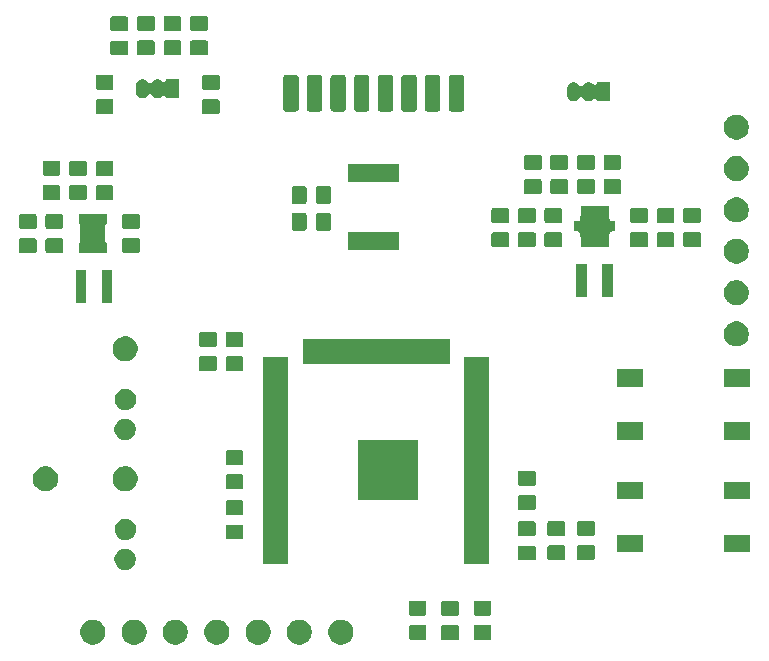
<source format=gts>
G04 #@! TF.GenerationSoftware,KiCad,Pcbnew,5.1.5-52549c5~84~ubuntu18.04.1*
G04 #@! TF.CreationDate,2019-12-19T12:34:09+01:00*
G04 #@! TF.ProjectId,E-Ink,452d496e-6b2e-46b6-9963-61645f706362,rev?*
G04 #@! TF.SameCoordinates,Original*
G04 #@! TF.FileFunction,Soldermask,Top*
G04 #@! TF.FilePolarity,Negative*
%FSLAX46Y46*%
G04 Gerber Fmt 4.6, Leading zero omitted, Abs format (unit mm)*
G04 Created by KiCad (PCBNEW 5.1.5-52549c5~84~ubuntu18.04.1) date 2019-12-19 12:34:09*
%MOMM*%
%LPD*%
G04 APERTURE LIST*
%ADD10C,0.100000*%
G04 APERTURE END LIST*
D10*
G36*
X129430035Y-96464079D02*
G01*
X129609482Y-96499773D01*
X129802572Y-96579754D01*
X129976348Y-96695867D01*
X130124133Y-96843652D01*
X130240246Y-97017428D01*
X130320227Y-97210518D01*
X130361000Y-97415501D01*
X130361000Y-97624499D01*
X130320227Y-97829482D01*
X130240246Y-98022572D01*
X130240244Y-98022575D01*
X130226777Y-98042730D01*
X130124133Y-98196348D01*
X129976348Y-98344133D01*
X129802572Y-98460246D01*
X129609482Y-98540227D01*
X129430035Y-98575921D01*
X129404500Y-98581000D01*
X129195500Y-98581000D01*
X129169965Y-98575921D01*
X128990518Y-98540227D01*
X128797428Y-98460246D01*
X128623652Y-98344133D01*
X128475867Y-98196348D01*
X128373223Y-98042730D01*
X128359756Y-98022575D01*
X128359754Y-98022572D01*
X128279773Y-97829482D01*
X128239000Y-97624499D01*
X128239000Y-97415501D01*
X128279773Y-97210518D01*
X128359754Y-97017428D01*
X128475867Y-96843652D01*
X128623652Y-96695867D01*
X128797428Y-96579754D01*
X128990518Y-96499773D01*
X129169965Y-96464079D01*
X129195500Y-96459000D01*
X129404500Y-96459000D01*
X129430035Y-96464079D01*
G37*
G36*
X125930035Y-96464079D02*
G01*
X126109482Y-96499773D01*
X126302572Y-96579754D01*
X126476348Y-96695867D01*
X126624133Y-96843652D01*
X126740246Y-97017428D01*
X126820227Y-97210518D01*
X126861000Y-97415501D01*
X126861000Y-97624499D01*
X126820227Y-97829482D01*
X126740246Y-98022572D01*
X126740244Y-98022575D01*
X126726777Y-98042730D01*
X126624133Y-98196348D01*
X126476348Y-98344133D01*
X126302572Y-98460246D01*
X126109482Y-98540227D01*
X125930035Y-98575921D01*
X125904500Y-98581000D01*
X125695500Y-98581000D01*
X125669965Y-98575921D01*
X125490518Y-98540227D01*
X125297428Y-98460246D01*
X125123652Y-98344133D01*
X124975867Y-98196348D01*
X124873223Y-98042730D01*
X124859756Y-98022575D01*
X124859754Y-98022572D01*
X124779773Y-97829482D01*
X124739000Y-97624499D01*
X124739000Y-97415501D01*
X124779773Y-97210518D01*
X124859754Y-97017428D01*
X124975867Y-96843652D01*
X125123652Y-96695867D01*
X125297428Y-96579754D01*
X125490518Y-96499773D01*
X125669965Y-96464079D01*
X125695500Y-96459000D01*
X125904500Y-96459000D01*
X125930035Y-96464079D01*
G37*
G36*
X115430035Y-96464079D02*
G01*
X115609482Y-96499773D01*
X115802572Y-96579754D01*
X115976348Y-96695867D01*
X116124133Y-96843652D01*
X116240246Y-97017428D01*
X116320227Y-97210518D01*
X116361000Y-97415501D01*
X116361000Y-97624499D01*
X116320227Y-97829482D01*
X116240246Y-98022572D01*
X116240244Y-98022575D01*
X116226777Y-98042730D01*
X116124133Y-98196348D01*
X115976348Y-98344133D01*
X115802572Y-98460246D01*
X115609482Y-98540227D01*
X115430035Y-98575921D01*
X115404500Y-98581000D01*
X115195500Y-98581000D01*
X115169965Y-98575921D01*
X114990518Y-98540227D01*
X114797428Y-98460246D01*
X114623652Y-98344133D01*
X114475867Y-98196348D01*
X114373223Y-98042730D01*
X114359756Y-98022575D01*
X114359754Y-98022572D01*
X114279773Y-97829482D01*
X114239000Y-97624499D01*
X114239000Y-97415501D01*
X114279773Y-97210518D01*
X114359754Y-97017428D01*
X114475867Y-96843652D01*
X114623652Y-96695867D01*
X114797428Y-96579754D01*
X114990518Y-96499773D01*
X115169965Y-96464079D01*
X115195500Y-96459000D01*
X115404500Y-96459000D01*
X115430035Y-96464079D01*
G37*
G36*
X111930035Y-96464079D02*
G01*
X112109482Y-96499773D01*
X112302572Y-96579754D01*
X112476348Y-96695867D01*
X112624133Y-96843652D01*
X112740246Y-97017428D01*
X112820227Y-97210518D01*
X112861000Y-97415501D01*
X112861000Y-97624499D01*
X112820227Y-97829482D01*
X112740246Y-98022572D01*
X112740244Y-98022575D01*
X112726777Y-98042730D01*
X112624133Y-98196348D01*
X112476348Y-98344133D01*
X112302572Y-98460246D01*
X112109482Y-98540227D01*
X111930035Y-98575921D01*
X111904500Y-98581000D01*
X111695500Y-98581000D01*
X111669965Y-98575921D01*
X111490518Y-98540227D01*
X111297428Y-98460246D01*
X111123652Y-98344133D01*
X110975867Y-98196348D01*
X110873223Y-98042730D01*
X110859756Y-98022575D01*
X110859754Y-98022572D01*
X110779773Y-97829482D01*
X110739000Y-97624499D01*
X110739000Y-97415501D01*
X110779773Y-97210518D01*
X110859754Y-97017428D01*
X110975867Y-96843652D01*
X111123652Y-96695867D01*
X111297428Y-96579754D01*
X111490518Y-96499773D01*
X111669965Y-96464079D01*
X111695500Y-96459000D01*
X111904500Y-96459000D01*
X111930035Y-96464079D01*
G37*
G36*
X118930035Y-96464079D02*
G01*
X119109482Y-96499773D01*
X119302572Y-96579754D01*
X119476348Y-96695867D01*
X119624133Y-96843652D01*
X119740246Y-97017428D01*
X119820227Y-97210518D01*
X119861000Y-97415501D01*
X119861000Y-97624499D01*
X119820227Y-97829482D01*
X119740246Y-98022572D01*
X119740244Y-98022575D01*
X119726777Y-98042730D01*
X119624133Y-98196348D01*
X119476348Y-98344133D01*
X119302572Y-98460246D01*
X119109482Y-98540227D01*
X118930035Y-98575921D01*
X118904500Y-98581000D01*
X118695500Y-98581000D01*
X118669965Y-98575921D01*
X118490518Y-98540227D01*
X118297428Y-98460246D01*
X118123652Y-98344133D01*
X117975867Y-98196348D01*
X117873223Y-98042730D01*
X117859756Y-98022575D01*
X117859754Y-98022572D01*
X117779773Y-97829482D01*
X117739000Y-97624499D01*
X117739000Y-97415501D01*
X117779773Y-97210518D01*
X117859754Y-97017428D01*
X117975867Y-96843652D01*
X118123652Y-96695867D01*
X118297428Y-96579754D01*
X118490518Y-96499773D01*
X118669965Y-96464079D01*
X118695500Y-96459000D01*
X118904500Y-96459000D01*
X118930035Y-96464079D01*
G37*
G36*
X108430035Y-96464079D02*
G01*
X108609482Y-96499773D01*
X108802572Y-96579754D01*
X108976348Y-96695867D01*
X109124133Y-96843652D01*
X109240246Y-97017428D01*
X109320227Y-97210518D01*
X109361000Y-97415501D01*
X109361000Y-97624499D01*
X109320227Y-97829482D01*
X109240246Y-98022572D01*
X109240244Y-98022575D01*
X109226777Y-98042730D01*
X109124133Y-98196348D01*
X108976348Y-98344133D01*
X108802572Y-98460246D01*
X108609482Y-98540227D01*
X108430035Y-98575921D01*
X108404500Y-98581000D01*
X108195500Y-98581000D01*
X108169965Y-98575921D01*
X107990518Y-98540227D01*
X107797428Y-98460246D01*
X107623652Y-98344133D01*
X107475867Y-98196348D01*
X107373223Y-98042730D01*
X107359756Y-98022575D01*
X107359754Y-98022572D01*
X107279773Y-97829482D01*
X107239000Y-97624499D01*
X107239000Y-97415501D01*
X107279773Y-97210518D01*
X107359754Y-97017428D01*
X107475867Y-96843652D01*
X107623652Y-96695867D01*
X107797428Y-96579754D01*
X107990518Y-96499773D01*
X108169965Y-96464079D01*
X108195500Y-96459000D01*
X108404500Y-96459000D01*
X108430035Y-96464079D01*
G37*
G36*
X122430035Y-96464079D02*
G01*
X122609482Y-96499773D01*
X122802572Y-96579754D01*
X122976348Y-96695867D01*
X123124133Y-96843652D01*
X123240246Y-97017428D01*
X123320227Y-97210518D01*
X123361000Y-97415501D01*
X123361000Y-97624499D01*
X123320227Y-97829482D01*
X123240246Y-98022572D01*
X123240244Y-98022575D01*
X123226777Y-98042730D01*
X123124133Y-98196348D01*
X122976348Y-98344133D01*
X122802572Y-98460246D01*
X122609482Y-98540227D01*
X122430035Y-98575921D01*
X122404500Y-98581000D01*
X122195500Y-98581000D01*
X122169965Y-98575921D01*
X121990518Y-98540227D01*
X121797428Y-98460246D01*
X121623652Y-98344133D01*
X121475867Y-98196348D01*
X121373223Y-98042730D01*
X121359756Y-98022575D01*
X121359754Y-98022572D01*
X121279773Y-97829482D01*
X121239000Y-97624499D01*
X121239000Y-97415501D01*
X121279773Y-97210518D01*
X121359754Y-97017428D01*
X121475867Y-96843652D01*
X121623652Y-96695867D01*
X121797428Y-96579754D01*
X121990518Y-96499773D01*
X122169965Y-96464079D01*
X122195500Y-96459000D01*
X122404500Y-96459000D01*
X122430035Y-96464079D01*
G37*
G36*
X139172730Y-96948008D02*
G01*
X139202395Y-96957006D01*
X139229739Y-96971622D01*
X139253708Y-96991292D01*
X139273378Y-97015261D01*
X139287994Y-97042605D01*
X139296992Y-97072270D01*
X139301000Y-97112957D01*
X139301000Y-98027043D01*
X139296992Y-98067730D01*
X139287994Y-98097395D01*
X139273378Y-98124739D01*
X139253708Y-98148708D01*
X139229739Y-98168378D01*
X139202395Y-98182994D01*
X139172730Y-98191992D01*
X139132043Y-98196000D01*
X137967957Y-98196000D01*
X137927270Y-98191992D01*
X137897605Y-98182994D01*
X137870261Y-98168378D01*
X137846292Y-98148708D01*
X137826622Y-98124739D01*
X137812006Y-98097395D01*
X137803008Y-98067730D01*
X137799000Y-98027043D01*
X137799000Y-97112957D01*
X137803008Y-97072270D01*
X137812006Y-97042605D01*
X137826622Y-97015261D01*
X137846292Y-96991292D01*
X137870261Y-96971622D01*
X137897605Y-96957006D01*
X137927270Y-96948008D01*
X137967957Y-96944000D01*
X139132043Y-96944000D01*
X139172730Y-96948008D01*
G37*
G36*
X136422730Y-96923008D02*
G01*
X136452395Y-96932006D01*
X136479739Y-96946622D01*
X136503708Y-96966292D01*
X136523378Y-96990261D01*
X136537994Y-97017605D01*
X136546992Y-97047270D01*
X136551000Y-97087957D01*
X136551000Y-98002043D01*
X136546992Y-98042730D01*
X136537994Y-98072395D01*
X136523378Y-98099739D01*
X136503708Y-98123708D01*
X136479739Y-98143378D01*
X136452395Y-98157994D01*
X136422730Y-98166992D01*
X136382043Y-98171000D01*
X135217957Y-98171000D01*
X135177270Y-98166992D01*
X135147605Y-98157994D01*
X135120261Y-98143378D01*
X135096292Y-98123708D01*
X135076622Y-98099739D01*
X135062006Y-98072395D01*
X135053008Y-98042730D01*
X135049000Y-98002043D01*
X135049000Y-97087957D01*
X135053008Y-97047270D01*
X135062006Y-97017605D01*
X135076622Y-96990261D01*
X135096292Y-96966292D01*
X135120261Y-96946622D01*
X135147605Y-96932006D01*
X135177270Y-96923008D01*
X135217957Y-96919000D01*
X136382043Y-96919000D01*
X136422730Y-96923008D01*
G37*
G36*
X141922730Y-96923008D02*
G01*
X141952395Y-96932006D01*
X141979739Y-96946622D01*
X142003708Y-96966292D01*
X142023378Y-96990261D01*
X142037994Y-97017605D01*
X142046992Y-97047270D01*
X142051000Y-97087957D01*
X142051000Y-98002043D01*
X142046992Y-98042730D01*
X142037994Y-98072395D01*
X142023378Y-98099739D01*
X142003708Y-98123708D01*
X141979739Y-98143378D01*
X141952395Y-98157994D01*
X141922730Y-98166992D01*
X141882043Y-98171000D01*
X140717957Y-98171000D01*
X140677270Y-98166992D01*
X140647605Y-98157994D01*
X140620261Y-98143378D01*
X140596292Y-98123708D01*
X140576622Y-98099739D01*
X140562006Y-98072395D01*
X140553008Y-98042730D01*
X140549000Y-98002043D01*
X140549000Y-97087957D01*
X140553008Y-97047270D01*
X140562006Y-97017605D01*
X140576622Y-96990261D01*
X140596292Y-96966292D01*
X140620261Y-96946622D01*
X140647605Y-96932006D01*
X140677270Y-96923008D01*
X140717957Y-96919000D01*
X141882043Y-96919000D01*
X141922730Y-96923008D01*
G37*
G36*
X139172730Y-94898008D02*
G01*
X139202395Y-94907006D01*
X139229739Y-94921622D01*
X139253708Y-94941292D01*
X139273378Y-94965261D01*
X139287994Y-94992605D01*
X139296992Y-95022270D01*
X139301000Y-95062957D01*
X139301000Y-95977043D01*
X139296992Y-96017730D01*
X139287994Y-96047395D01*
X139273378Y-96074739D01*
X139253708Y-96098708D01*
X139229739Y-96118378D01*
X139202395Y-96132994D01*
X139172730Y-96141992D01*
X139132043Y-96146000D01*
X137967957Y-96146000D01*
X137927270Y-96141992D01*
X137897605Y-96132994D01*
X137870261Y-96118378D01*
X137846292Y-96098708D01*
X137826622Y-96074739D01*
X137812006Y-96047395D01*
X137803008Y-96017730D01*
X137799000Y-95977043D01*
X137799000Y-95062957D01*
X137803008Y-95022270D01*
X137812006Y-94992605D01*
X137826622Y-94965261D01*
X137846292Y-94941292D01*
X137870261Y-94921622D01*
X137897605Y-94907006D01*
X137927270Y-94898008D01*
X137967957Y-94894000D01*
X139132043Y-94894000D01*
X139172730Y-94898008D01*
G37*
G36*
X141922730Y-94873008D02*
G01*
X141952395Y-94882006D01*
X141979739Y-94896622D01*
X142003708Y-94916292D01*
X142023378Y-94940261D01*
X142037994Y-94967605D01*
X142046992Y-94997270D01*
X142051000Y-95037957D01*
X142051000Y-95952043D01*
X142046992Y-95992730D01*
X142037994Y-96022395D01*
X142023378Y-96049739D01*
X142003708Y-96073708D01*
X141979739Y-96093378D01*
X141952395Y-96107994D01*
X141922730Y-96116992D01*
X141882043Y-96121000D01*
X140717957Y-96121000D01*
X140677270Y-96116992D01*
X140647605Y-96107994D01*
X140620261Y-96093378D01*
X140596292Y-96073708D01*
X140576622Y-96049739D01*
X140562006Y-96022395D01*
X140553008Y-95992730D01*
X140549000Y-95952043D01*
X140549000Y-95037957D01*
X140553008Y-94997270D01*
X140562006Y-94967605D01*
X140576622Y-94940261D01*
X140596292Y-94916292D01*
X140620261Y-94896622D01*
X140647605Y-94882006D01*
X140677270Y-94873008D01*
X140717957Y-94869000D01*
X141882043Y-94869000D01*
X141922730Y-94873008D01*
G37*
G36*
X136422730Y-94873008D02*
G01*
X136452395Y-94882006D01*
X136479739Y-94896622D01*
X136503708Y-94916292D01*
X136523378Y-94940261D01*
X136537994Y-94967605D01*
X136546992Y-94997270D01*
X136551000Y-95037957D01*
X136551000Y-95952043D01*
X136546992Y-95992730D01*
X136537994Y-96022395D01*
X136523378Y-96049739D01*
X136503708Y-96073708D01*
X136479739Y-96093378D01*
X136452395Y-96107994D01*
X136422730Y-96116992D01*
X136382043Y-96121000D01*
X135217957Y-96121000D01*
X135177270Y-96116992D01*
X135147605Y-96107994D01*
X135120261Y-96093378D01*
X135096292Y-96073708D01*
X135076622Y-96049739D01*
X135062006Y-96022395D01*
X135053008Y-95992730D01*
X135049000Y-95952043D01*
X135049000Y-95037957D01*
X135053008Y-94997270D01*
X135062006Y-94967605D01*
X135076622Y-94940261D01*
X135096292Y-94916292D01*
X135120261Y-94896622D01*
X135147605Y-94882006D01*
X135177270Y-94873008D01*
X135217957Y-94869000D01*
X136382043Y-94869000D01*
X136422730Y-94873008D01*
G37*
G36*
X111302812Y-90493624D02*
G01*
X111466784Y-90561544D01*
X111614354Y-90660147D01*
X111739853Y-90785646D01*
X111838456Y-90933216D01*
X111906376Y-91097188D01*
X111941000Y-91271259D01*
X111941000Y-91448741D01*
X111906376Y-91622812D01*
X111838456Y-91786784D01*
X111739853Y-91934354D01*
X111614354Y-92059853D01*
X111466784Y-92158456D01*
X111302812Y-92226376D01*
X111128741Y-92261000D01*
X110951259Y-92261000D01*
X110777188Y-92226376D01*
X110613216Y-92158456D01*
X110465646Y-92059853D01*
X110340147Y-91934354D01*
X110241544Y-91786784D01*
X110173624Y-91622812D01*
X110139000Y-91448741D01*
X110139000Y-91271259D01*
X110173624Y-91097188D01*
X110241544Y-90933216D01*
X110340147Y-90785646D01*
X110465646Y-90660147D01*
X110613216Y-90561544D01*
X110777188Y-90493624D01*
X110951259Y-90459000D01*
X111128741Y-90459000D01*
X111302812Y-90493624D01*
G37*
G36*
X124851000Y-91776000D02*
G01*
X122749000Y-91776000D01*
X122749000Y-74264000D01*
X124851000Y-74264000D01*
X124851000Y-91776000D01*
G37*
G36*
X141851000Y-91776000D02*
G01*
X139749000Y-91776000D01*
X139749000Y-74264000D01*
X141851000Y-74264000D01*
X141851000Y-91776000D01*
G37*
G36*
X145672730Y-90198008D02*
G01*
X145702395Y-90207006D01*
X145729739Y-90221622D01*
X145753708Y-90241292D01*
X145773378Y-90265261D01*
X145787994Y-90292605D01*
X145796992Y-90322270D01*
X145801000Y-90362957D01*
X145801000Y-91277043D01*
X145796992Y-91317730D01*
X145787994Y-91347395D01*
X145773378Y-91374739D01*
X145753708Y-91398708D01*
X145729739Y-91418378D01*
X145702395Y-91432994D01*
X145672730Y-91441992D01*
X145632043Y-91446000D01*
X144467957Y-91446000D01*
X144427270Y-91441992D01*
X144397605Y-91432994D01*
X144370261Y-91418378D01*
X144346292Y-91398708D01*
X144326622Y-91374739D01*
X144312006Y-91347395D01*
X144303008Y-91317730D01*
X144299000Y-91277043D01*
X144299000Y-90362957D01*
X144303008Y-90322270D01*
X144312006Y-90292605D01*
X144326622Y-90265261D01*
X144346292Y-90241292D01*
X144370261Y-90221622D01*
X144397605Y-90207006D01*
X144427270Y-90198008D01*
X144467957Y-90194000D01*
X145632043Y-90194000D01*
X145672730Y-90198008D01*
G37*
G36*
X150672730Y-90173008D02*
G01*
X150702395Y-90182006D01*
X150729739Y-90196622D01*
X150753708Y-90216292D01*
X150773378Y-90240261D01*
X150787994Y-90267605D01*
X150796992Y-90297270D01*
X150801000Y-90337957D01*
X150801000Y-91252043D01*
X150796992Y-91292730D01*
X150787994Y-91322395D01*
X150773378Y-91349739D01*
X150753708Y-91373708D01*
X150729739Y-91393378D01*
X150702395Y-91407994D01*
X150672730Y-91416992D01*
X150632043Y-91421000D01*
X149467957Y-91421000D01*
X149427270Y-91416992D01*
X149397605Y-91407994D01*
X149370261Y-91393378D01*
X149346292Y-91373708D01*
X149326622Y-91349739D01*
X149312006Y-91322395D01*
X149303008Y-91292730D01*
X149299000Y-91252043D01*
X149299000Y-90337957D01*
X149303008Y-90297270D01*
X149312006Y-90267605D01*
X149326622Y-90240261D01*
X149346292Y-90216292D01*
X149370261Y-90196622D01*
X149397605Y-90182006D01*
X149427270Y-90173008D01*
X149467957Y-90169000D01*
X150632043Y-90169000D01*
X150672730Y-90173008D01*
G37*
G36*
X148172730Y-90173008D02*
G01*
X148202395Y-90182006D01*
X148229739Y-90196622D01*
X148253708Y-90216292D01*
X148273378Y-90240261D01*
X148287994Y-90267605D01*
X148296992Y-90297270D01*
X148301000Y-90337957D01*
X148301000Y-91252043D01*
X148296992Y-91292730D01*
X148287994Y-91322395D01*
X148273378Y-91349739D01*
X148253708Y-91373708D01*
X148229739Y-91393378D01*
X148202395Y-91407994D01*
X148172730Y-91416992D01*
X148132043Y-91421000D01*
X146967957Y-91421000D01*
X146927270Y-91416992D01*
X146897605Y-91407994D01*
X146870261Y-91393378D01*
X146846292Y-91373708D01*
X146826622Y-91349739D01*
X146812006Y-91322395D01*
X146803008Y-91292730D01*
X146799000Y-91252043D01*
X146799000Y-90337957D01*
X146803008Y-90297270D01*
X146812006Y-90267605D01*
X146826622Y-90240261D01*
X146846292Y-90216292D01*
X146870261Y-90196622D01*
X146897605Y-90182006D01*
X146927270Y-90173008D01*
X146967957Y-90169000D01*
X148132043Y-90169000D01*
X148172730Y-90173008D01*
G37*
G36*
X163951000Y-90771000D02*
G01*
X161749000Y-90771000D01*
X161749000Y-89269000D01*
X163951000Y-89269000D01*
X163951000Y-90771000D01*
G37*
G36*
X154851000Y-90771000D02*
G01*
X152649000Y-90771000D01*
X152649000Y-89269000D01*
X154851000Y-89269000D01*
X154851000Y-90771000D01*
G37*
G36*
X111322812Y-87953624D02*
G01*
X111486784Y-88021544D01*
X111634354Y-88120147D01*
X111759853Y-88245646D01*
X111858456Y-88393216D01*
X111926376Y-88557188D01*
X111961000Y-88731259D01*
X111961000Y-88908741D01*
X111926376Y-89082812D01*
X111858456Y-89246784D01*
X111759853Y-89394354D01*
X111634354Y-89519853D01*
X111486784Y-89618456D01*
X111322812Y-89686376D01*
X111148741Y-89721000D01*
X110971259Y-89721000D01*
X110797188Y-89686376D01*
X110633216Y-89618456D01*
X110485646Y-89519853D01*
X110360147Y-89394354D01*
X110261544Y-89246784D01*
X110193624Y-89082812D01*
X110159000Y-88908741D01*
X110159000Y-88731259D01*
X110193624Y-88557188D01*
X110261544Y-88393216D01*
X110360147Y-88245646D01*
X110485646Y-88120147D01*
X110633216Y-88021544D01*
X110797188Y-87953624D01*
X110971259Y-87919000D01*
X111148741Y-87919000D01*
X111322812Y-87953624D01*
G37*
G36*
X120922730Y-88423008D02*
G01*
X120952395Y-88432006D01*
X120979739Y-88446622D01*
X121003708Y-88466292D01*
X121023378Y-88490261D01*
X121037994Y-88517605D01*
X121046992Y-88547270D01*
X121051000Y-88587957D01*
X121051000Y-89502043D01*
X121046992Y-89542730D01*
X121037994Y-89572395D01*
X121023378Y-89599739D01*
X121003708Y-89623708D01*
X120979739Y-89643378D01*
X120952395Y-89657994D01*
X120922730Y-89666992D01*
X120882043Y-89671000D01*
X119717957Y-89671000D01*
X119677270Y-89666992D01*
X119647605Y-89657994D01*
X119620261Y-89643378D01*
X119596292Y-89623708D01*
X119576622Y-89599739D01*
X119562006Y-89572395D01*
X119553008Y-89542730D01*
X119549000Y-89502043D01*
X119549000Y-88587957D01*
X119553008Y-88547270D01*
X119562006Y-88517605D01*
X119576622Y-88490261D01*
X119596292Y-88466292D01*
X119620261Y-88446622D01*
X119647605Y-88432006D01*
X119677270Y-88423008D01*
X119717957Y-88419000D01*
X120882043Y-88419000D01*
X120922730Y-88423008D01*
G37*
G36*
X145672730Y-88148008D02*
G01*
X145702395Y-88157006D01*
X145729739Y-88171622D01*
X145753708Y-88191292D01*
X145773378Y-88215261D01*
X145787994Y-88242605D01*
X145796992Y-88272270D01*
X145801000Y-88312957D01*
X145801000Y-89227043D01*
X145796992Y-89267730D01*
X145787994Y-89297395D01*
X145773378Y-89324739D01*
X145753708Y-89348708D01*
X145729739Y-89368378D01*
X145702395Y-89382994D01*
X145672730Y-89391992D01*
X145632043Y-89396000D01*
X144467957Y-89396000D01*
X144427270Y-89391992D01*
X144397605Y-89382994D01*
X144370261Y-89368378D01*
X144346292Y-89348708D01*
X144326622Y-89324739D01*
X144312006Y-89297395D01*
X144303008Y-89267730D01*
X144299000Y-89227043D01*
X144299000Y-88312957D01*
X144303008Y-88272270D01*
X144312006Y-88242605D01*
X144326622Y-88215261D01*
X144346292Y-88191292D01*
X144370261Y-88171622D01*
X144397605Y-88157006D01*
X144427270Y-88148008D01*
X144467957Y-88144000D01*
X145632043Y-88144000D01*
X145672730Y-88148008D01*
G37*
G36*
X148172730Y-88123008D02*
G01*
X148202395Y-88132006D01*
X148229739Y-88146622D01*
X148253708Y-88166292D01*
X148273378Y-88190261D01*
X148287994Y-88217605D01*
X148296992Y-88247270D01*
X148301000Y-88287957D01*
X148301000Y-89202043D01*
X148296992Y-89242730D01*
X148287994Y-89272395D01*
X148273378Y-89299739D01*
X148253708Y-89323708D01*
X148229739Y-89343378D01*
X148202395Y-89357994D01*
X148172730Y-89366992D01*
X148132043Y-89371000D01*
X146967957Y-89371000D01*
X146927270Y-89366992D01*
X146897605Y-89357994D01*
X146870261Y-89343378D01*
X146846292Y-89323708D01*
X146826622Y-89299739D01*
X146812006Y-89272395D01*
X146803008Y-89242730D01*
X146799000Y-89202043D01*
X146799000Y-88287957D01*
X146803008Y-88247270D01*
X146812006Y-88217605D01*
X146826622Y-88190261D01*
X146846292Y-88166292D01*
X146870261Y-88146622D01*
X146897605Y-88132006D01*
X146927270Y-88123008D01*
X146967957Y-88119000D01*
X148132043Y-88119000D01*
X148172730Y-88123008D01*
G37*
G36*
X150672730Y-88123008D02*
G01*
X150702395Y-88132006D01*
X150729739Y-88146622D01*
X150753708Y-88166292D01*
X150773378Y-88190261D01*
X150787994Y-88217605D01*
X150796992Y-88247270D01*
X150801000Y-88287957D01*
X150801000Y-89202043D01*
X150796992Y-89242730D01*
X150787994Y-89272395D01*
X150773378Y-89299739D01*
X150753708Y-89323708D01*
X150729739Y-89343378D01*
X150702395Y-89357994D01*
X150672730Y-89366992D01*
X150632043Y-89371000D01*
X149467957Y-89371000D01*
X149427270Y-89366992D01*
X149397605Y-89357994D01*
X149370261Y-89343378D01*
X149346292Y-89323708D01*
X149326622Y-89299739D01*
X149312006Y-89272395D01*
X149303008Y-89242730D01*
X149299000Y-89202043D01*
X149299000Y-88287957D01*
X149303008Y-88247270D01*
X149312006Y-88217605D01*
X149326622Y-88190261D01*
X149346292Y-88166292D01*
X149370261Y-88146622D01*
X149397605Y-88132006D01*
X149427270Y-88123008D01*
X149467957Y-88119000D01*
X150632043Y-88119000D01*
X150672730Y-88123008D01*
G37*
G36*
X120922730Y-86373008D02*
G01*
X120952395Y-86382006D01*
X120979739Y-86396622D01*
X121003708Y-86416292D01*
X121023378Y-86440261D01*
X121037994Y-86467605D01*
X121046992Y-86497270D01*
X121051000Y-86537957D01*
X121051000Y-87452043D01*
X121046992Y-87492730D01*
X121037994Y-87522395D01*
X121023378Y-87549739D01*
X121003708Y-87573708D01*
X120979739Y-87593378D01*
X120952395Y-87607994D01*
X120922730Y-87616992D01*
X120882043Y-87621000D01*
X119717957Y-87621000D01*
X119677270Y-87616992D01*
X119647605Y-87607994D01*
X119620261Y-87593378D01*
X119596292Y-87573708D01*
X119576622Y-87549739D01*
X119562006Y-87522395D01*
X119553008Y-87492730D01*
X119549000Y-87452043D01*
X119549000Y-86537957D01*
X119553008Y-86497270D01*
X119562006Y-86467605D01*
X119576622Y-86440261D01*
X119596292Y-86416292D01*
X119620261Y-86396622D01*
X119647605Y-86382006D01*
X119677270Y-86373008D01*
X119717957Y-86369000D01*
X120882043Y-86369000D01*
X120922730Y-86373008D01*
G37*
G36*
X145672730Y-85923008D02*
G01*
X145702395Y-85932006D01*
X145729739Y-85946622D01*
X145753708Y-85966292D01*
X145773378Y-85990261D01*
X145787994Y-86017605D01*
X145796992Y-86047270D01*
X145801000Y-86087957D01*
X145801000Y-87002043D01*
X145796992Y-87042730D01*
X145787994Y-87072395D01*
X145773378Y-87099739D01*
X145753708Y-87123708D01*
X145729739Y-87143378D01*
X145702395Y-87157994D01*
X145672730Y-87166992D01*
X145632043Y-87171000D01*
X144467957Y-87171000D01*
X144427270Y-87166992D01*
X144397605Y-87157994D01*
X144370261Y-87143378D01*
X144346292Y-87123708D01*
X144326622Y-87099739D01*
X144312006Y-87072395D01*
X144303008Y-87042730D01*
X144299000Y-87002043D01*
X144299000Y-86087957D01*
X144303008Y-86047270D01*
X144312006Y-86017605D01*
X144326622Y-85990261D01*
X144346292Y-85966292D01*
X144370261Y-85946622D01*
X144397605Y-85932006D01*
X144427270Y-85923008D01*
X144467957Y-85919000D01*
X145632043Y-85919000D01*
X145672730Y-85923008D01*
G37*
G36*
X135851000Y-86326000D02*
G01*
X130749000Y-86326000D01*
X130749000Y-81224000D01*
X135851000Y-81224000D01*
X135851000Y-86326000D01*
G37*
G36*
X163951000Y-86271000D02*
G01*
X161749000Y-86271000D01*
X161749000Y-84769000D01*
X163951000Y-84769000D01*
X163951000Y-86271000D01*
G37*
G36*
X154851000Y-86271000D02*
G01*
X152649000Y-86271000D01*
X152649000Y-84769000D01*
X154851000Y-84769000D01*
X154851000Y-86271000D01*
G37*
G36*
X111180035Y-83464079D02*
G01*
X111359482Y-83499773D01*
X111552572Y-83579754D01*
X111726348Y-83695867D01*
X111874133Y-83843652D01*
X111990246Y-84017428D01*
X112070227Y-84210518D01*
X112111000Y-84415501D01*
X112111000Y-84624499D01*
X112070227Y-84829482D01*
X111990246Y-85022572D01*
X111874133Y-85196348D01*
X111726348Y-85344133D01*
X111552572Y-85460246D01*
X111359482Y-85540227D01*
X111180035Y-85575921D01*
X111154500Y-85581000D01*
X110945500Y-85581000D01*
X110919965Y-85575921D01*
X110740518Y-85540227D01*
X110547428Y-85460246D01*
X110373652Y-85344133D01*
X110225867Y-85196348D01*
X110109754Y-85022572D01*
X110029773Y-84829482D01*
X109989000Y-84624499D01*
X109989000Y-84415501D01*
X110029773Y-84210518D01*
X110109754Y-84017428D01*
X110225867Y-83843652D01*
X110373652Y-83695867D01*
X110547428Y-83579754D01*
X110740518Y-83499773D01*
X110919965Y-83464079D01*
X110945500Y-83459000D01*
X111154500Y-83459000D01*
X111180035Y-83464079D01*
G37*
G36*
X104430035Y-83464079D02*
G01*
X104609482Y-83499773D01*
X104802572Y-83579754D01*
X104976348Y-83695867D01*
X105124133Y-83843652D01*
X105240246Y-84017428D01*
X105320227Y-84210518D01*
X105361000Y-84415501D01*
X105361000Y-84624499D01*
X105320227Y-84829482D01*
X105240246Y-85022572D01*
X105124133Y-85196348D01*
X104976348Y-85344133D01*
X104802572Y-85460246D01*
X104609482Y-85540227D01*
X104430035Y-85575921D01*
X104404500Y-85581000D01*
X104195500Y-85581000D01*
X104169965Y-85575921D01*
X103990518Y-85540227D01*
X103797428Y-85460246D01*
X103623652Y-85344133D01*
X103475867Y-85196348D01*
X103359754Y-85022572D01*
X103279773Y-84829482D01*
X103239000Y-84624499D01*
X103239000Y-84415501D01*
X103279773Y-84210518D01*
X103359754Y-84017428D01*
X103475867Y-83843652D01*
X103623652Y-83695867D01*
X103797428Y-83579754D01*
X103990518Y-83499773D01*
X104169965Y-83464079D01*
X104195500Y-83459000D01*
X104404500Y-83459000D01*
X104430035Y-83464079D01*
G37*
G36*
X120922730Y-84173008D02*
G01*
X120952395Y-84182006D01*
X120979739Y-84196622D01*
X121003708Y-84216292D01*
X121023378Y-84240261D01*
X121037994Y-84267605D01*
X121046992Y-84297270D01*
X121051000Y-84337957D01*
X121051000Y-85252043D01*
X121046992Y-85292730D01*
X121037994Y-85322395D01*
X121023378Y-85349739D01*
X121003708Y-85373708D01*
X120979739Y-85393378D01*
X120952395Y-85407994D01*
X120922730Y-85416992D01*
X120882043Y-85421000D01*
X119717957Y-85421000D01*
X119677270Y-85416992D01*
X119647605Y-85407994D01*
X119620261Y-85393378D01*
X119596292Y-85373708D01*
X119576622Y-85349739D01*
X119562006Y-85322395D01*
X119553008Y-85292730D01*
X119549000Y-85252043D01*
X119549000Y-84337957D01*
X119553008Y-84297270D01*
X119562006Y-84267605D01*
X119576622Y-84240261D01*
X119596292Y-84216292D01*
X119620261Y-84196622D01*
X119647605Y-84182006D01*
X119677270Y-84173008D01*
X119717957Y-84169000D01*
X120882043Y-84169000D01*
X120922730Y-84173008D01*
G37*
G36*
X145672730Y-83873008D02*
G01*
X145702395Y-83882006D01*
X145729739Y-83896622D01*
X145753708Y-83916292D01*
X145773378Y-83940261D01*
X145787994Y-83967605D01*
X145796992Y-83997270D01*
X145801000Y-84037957D01*
X145801000Y-84952043D01*
X145796992Y-84992730D01*
X145787994Y-85022395D01*
X145773378Y-85049739D01*
X145753708Y-85073708D01*
X145729739Y-85093378D01*
X145702395Y-85107994D01*
X145672730Y-85116992D01*
X145632043Y-85121000D01*
X144467957Y-85121000D01*
X144427270Y-85116992D01*
X144397605Y-85107994D01*
X144370261Y-85093378D01*
X144346292Y-85073708D01*
X144326622Y-85049739D01*
X144312006Y-85022395D01*
X144303008Y-84992730D01*
X144299000Y-84952043D01*
X144299000Y-84037957D01*
X144303008Y-83997270D01*
X144312006Y-83967605D01*
X144326622Y-83940261D01*
X144346292Y-83916292D01*
X144370261Y-83896622D01*
X144397605Y-83882006D01*
X144427270Y-83873008D01*
X144467957Y-83869000D01*
X145632043Y-83869000D01*
X145672730Y-83873008D01*
G37*
G36*
X120922730Y-82123008D02*
G01*
X120952395Y-82132006D01*
X120979739Y-82146622D01*
X121003708Y-82166292D01*
X121023378Y-82190261D01*
X121037994Y-82217605D01*
X121046992Y-82247270D01*
X121051000Y-82287957D01*
X121051000Y-83202043D01*
X121046992Y-83242730D01*
X121037994Y-83272395D01*
X121023378Y-83299739D01*
X121003708Y-83323708D01*
X120979739Y-83343378D01*
X120952395Y-83357994D01*
X120922730Y-83366992D01*
X120882043Y-83371000D01*
X119717957Y-83371000D01*
X119677270Y-83366992D01*
X119647605Y-83357994D01*
X119620261Y-83343378D01*
X119596292Y-83323708D01*
X119576622Y-83299739D01*
X119562006Y-83272395D01*
X119553008Y-83242730D01*
X119549000Y-83202043D01*
X119549000Y-82287957D01*
X119553008Y-82247270D01*
X119562006Y-82217605D01*
X119576622Y-82190261D01*
X119596292Y-82166292D01*
X119620261Y-82146622D01*
X119647605Y-82132006D01*
X119677270Y-82123008D01*
X119717957Y-82119000D01*
X120882043Y-82119000D01*
X120922730Y-82123008D01*
G37*
G36*
X163951000Y-81271000D02*
G01*
X161749000Y-81271000D01*
X161749000Y-79769000D01*
X163951000Y-79769000D01*
X163951000Y-81271000D01*
G37*
G36*
X154851000Y-81271000D02*
G01*
X152649000Y-81271000D01*
X152649000Y-79769000D01*
X154851000Y-79769000D01*
X154851000Y-81271000D01*
G37*
G36*
X111302812Y-79493624D02*
G01*
X111466784Y-79561544D01*
X111614354Y-79660147D01*
X111739853Y-79785646D01*
X111838456Y-79933216D01*
X111906376Y-80097188D01*
X111941000Y-80271259D01*
X111941000Y-80448741D01*
X111906376Y-80622812D01*
X111838456Y-80786784D01*
X111739853Y-80934354D01*
X111614354Y-81059853D01*
X111466784Y-81158456D01*
X111302812Y-81226376D01*
X111128741Y-81261000D01*
X110951259Y-81261000D01*
X110777188Y-81226376D01*
X110613216Y-81158456D01*
X110465646Y-81059853D01*
X110340147Y-80934354D01*
X110241544Y-80786784D01*
X110173624Y-80622812D01*
X110139000Y-80448741D01*
X110139000Y-80271259D01*
X110173624Y-80097188D01*
X110241544Y-79933216D01*
X110340147Y-79785646D01*
X110465646Y-79660147D01*
X110613216Y-79561544D01*
X110777188Y-79493624D01*
X110951259Y-79459000D01*
X111128741Y-79459000D01*
X111302812Y-79493624D01*
G37*
G36*
X111322812Y-76953624D02*
G01*
X111486784Y-77021544D01*
X111634354Y-77120147D01*
X111759853Y-77245646D01*
X111858456Y-77393216D01*
X111926376Y-77557188D01*
X111961000Y-77731259D01*
X111961000Y-77908741D01*
X111926376Y-78082812D01*
X111858456Y-78246784D01*
X111759853Y-78394354D01*
X111634354Y-78519853D01*
X111486784Y-78618456D01*
X111322812Y-78686376D01*
X111148741Y-78721000D01*
X110971259Y-78721000D01*
X110797188Y-78686376D01*
X110633216Y-78618456D01*
X110485646Y-78519853D01*
X110360147Y-78394354D01*
X110261544Y-78246784D01*
X110193624Y-78082812D01*
X110159000Y-77908741D01*
X110159000Y-77731259D01*
X110193624Y-77557188D01*
X110261544Y-77393216D01*
X110360147Y-77245646D01*
X110485646Y-77120147D01*
X110633216Y-77021544D01*
X110797188Y-76953624D01*
X110971259Y-76919000D01*
X111148741Y-76919000D01*
X111322812Y-76953624D01*
G37*
G36*
X163951000Y-76771000D02*
G01*
X161749000Y-76771000D01*
X161749000Y-75269000D01*
X163951000Y-75269000D01*
X163951000Y-76771000D01*
G37*
G36*
X154851000Y-76771000D02*
G01*
X152649000Y-76771000D01*
X152649000Y-75269000D01*
X154851000Y-75269000D01*
X154851000Y-76771000D01*
G37*
G36*
X120922730Y-74173008D02*
G01*
X120952395Y-74182006D01*
X120979739Y-74196622D01*
X121003708Y-74216292D01*
X121023378Y-74240261D01*
X121037994Y-74267605D01*
X121046992Y-74297270D01*
X121051000Y-74337957D01*
X121051000Y-75252043D01*
X121046992Y-75292730D01*
X121037994Y-75322395D01*
X121023378Y-75349739D01*
X121003708Y-75373708D01*
X120979739Y-75393378D01*
X120952395Y-75407994D01*
X120922730Y-75416992D01*
X120882043Y-75421000D01*
X119717957Y-75421000D01*
X119677270Y-75416992D01*
X119647605Y-75407994D01*
X119620261Y-75393378D01*
X119596292Y-75373708D01*
X119576622Y-75349739D01*
X119562006Y-75322395D01*
X119553008Y-75292730D01*
X119549000Y-75252043D01*
X119549000Y-74337957D01*
X119553008Y-74297270D01*
X119562006Y-74267605D01*
X119576622Y-74240261D01*
X119596292Y-74216292D01*
X119620261Y-74196622D01*
X119647605Y-74182006D01*
X119677270Y-74173008D01*
X119717957Y-74169000D01*
X120882043Y-74169000D01*
X120922730Y-74173008D01*
G37*
G36*
X118672730Y-74173008D02*
G01*
X118702395Y-74182006D01*
X118729739Y-74196622D01*
X118753708Y-74216292D01*
X118773378Y-74240261D01*
X118787994Y-74267605D01*
X118796992Y-74297270D01*
X118801000Y-74337957D01*
X118801000Y-75252043D01*
X118796992Y-75292730D01*
X118787994Y-75322395D01*
X118773378Y-75349739D01*
X118753708Y-75373708D01*
X118729739Y-75393378D01*
X118702395Y-75407994D01*
X118672730Y-75416992D01*
X118632043Y-75421000D01*
X117467957Y-75421000D01*
X117427270Y-75416992D01*
X117397605Y-75407994D01*
X117370261Y-75393378D01*
X117346292Y-75373708D01*
X117326622Y-75349739D01*
X117312006Y-75322395D01*
X117303008Y-75292730D01*
X117299000Y-75252043D01*
X117299000Y-74337957D01*
X117303008Y-74297270D01*
X117312006Y-74267605D01*
X117326622Y-74240261D01*
X117346292Y-74216292D01*
X117370261Y-74196622D01*
X117397605Y-74182006D01*
X117427270Y-74173008D01*
X117467957Y-74169000D01*
X118632043Y-74169000D01*
X118672730Y-74173008D01*
G37*
G36*
X138516000Y-74816000D02*
G01*
X126084000Y-74816000D01*
X126084000Y-72714000D01*
X138516000Y-72714000D01*
X138516000Y-74816000D01*
G37*
G36*
X111180035Y-72464079D02*
G01*
X111359482Y-72499773D01*
X111552572Y-72579754D01*
X111726348Y-72695867D01*
X111874133Y-72843652D01*
X111990246Y-73017428D01*
X112070227Y-73210518D01*
X112111000Y-73415501D01*
X112111000Y-73624499D01*
X112070227Y-73829482D01*
X111990246Y-74022572D01*
X111874133Y-74196348D01*
X111726348Y-74344133D01*
X111552572Y-74460246D01*
X111359482Y-74540227D01*
X111180035Y-74575921D01*
X111154500Y-74581000D01*
X110945500Y-74581000D01*
X110919965Y-74575921D01*
X110740518Y-74540227D01*
X110547428Y-74460246D01*
X110373652Y-74344133D01*
X110225867Y-74196348D01*
X110109754Y-74022572D01*
X110029773Y-73829482D01*
X109989000Y-73624499D01*
X109989000Y-73415501D01*
X110029773Y-73210518D01*
X110109754Y-73017428D01*
X110225867Y-72843652D01*
X110373652Y-72695867D01*
X110547428Y-72579754D01*
X110740518Y-72499773D01*
X110919965Y-72464079D01*
X110945500Y-72459000D01*
X111154500Y-72459000D01*
X111180035Y-72464079D01*
G37*
G36*
X120922730Y-72123008D02*
G01*
X120952395Y-72132006D01*
X120979739Y-72146622D01*
X121003708Y-72166292D01*
X121023378Y-72190261D01*
X121037994Y-72217605D01*
X121046992Y-72247270D01*
X121051000Y-72287957D01*
X121051000Y-73202043D01*
X121046992Y-73242730D01*
X121037994Y-73272395D01*
X121023378Y-73299739D01*
X121003708Y-73323708D01*
X120979739Y-73343378D01*
X120952395Y-73357994D01*
X120922730Y-73366992D01*
X120882043Y-73371000D01*
X119717957Y-73371000D01*
X119677270Y-73366992D01*
X119647605Y-73357994D01*
X119620261Y-73343378D01*
X119596292Y-73323708D01*
X119576622Y-73299739D01*
X119562006Y-73272395D01*
X119553008Y-73242730D01*
X119549000Y-73202043D01*
X119549000Y-72287957D01*
X119553008Y-72247270D01*
X119562006Y-72217605D01*
X119576622Y-72190261D01*
X119596292Y-72166292D01*
X119620261Y-72146622D01*
X119647605Y-72132006D01*
X119677270Y-72123008D01*
X119717957Y-72119000D01*
X120882043Y-72119000D01*
X120922730Y-72123008D01*
G37*
G36*
X118672730Y-72123008D02*
G01*
X118702395Y-72132006D01*
X118729739Y-72146622D01*
X118753708Y-72166292D01*
X118773378Y-72190261D01*
X118787994Y-72217605D01*
X118796992Y-72247270D01*
X118801000Y-72287957D01*
X118801000Y-73202043D01*
X118796992Y-73242730D01*
X118787994Y-73272395D01*
X118773378Y-73299739D01*
X118753708Y-73323708D01*
X118729739Y-73343378D01*
X118702395Y-73357994D01*
X118672730Y-73366992D01*
X118632043Y-73371000D01*
X117467957Y-73371000D01*
X117427270Y-73366992D01*
X117397605Y-73357994D01*
X117370261Y-73343378D01*
X117346292Y-73323708D01*
X117326622Y-73299739D01*
X117312006Y-73272395D01*
X117303008Y-73242730D01*
X117299000Y-73202043D01*
X117299000Y-72287957D01*
X117303008Y-72247270D01*
X117312006Y-72217605D01*
X117326622Y-72190261D01*
X117346292Y-72166292D01*
X117370261Y-72146622D01*
X117397605Y-72132006D01*
X117427270Y-72123008D01*
X117467957Y-72119000D01*
X118632043Y-72119000D01*
X118672730Y-72123008D01*
G37*
G36*
X162930035Y-71214079D02*
G01*
X163109482Y-71249773D01*
X163302572Y-71329754D01*
X163476348Y-71445867D01*
X163624133Y-71593652D01*
X163740246Y-71767428D01*
X163820227Y-71960518D01*
X163861000Y-72165501D01*
X163861000Y-72374499D01*
X163820227Y-72579482D01*
X163740246Y-72772572D01*
X163624133Y-72946348D01*
X163476348Y-73094133D01*
X163302572Y-73210246D01*
X163109482Y-73290227D01*
X162941159Y-73323708D01*
X162904500Y-73331000D01*
X162695500Y-73331000D01*
X162658841Y-73323708D01*
X162490518Y-73290227D01*
X162297428Y-73210246D01*
X162123652Y-73094133D01*
X161975867Y-72946348D01*
X161859754Y-72772572D01*
X161779773Y-72579482D01*
X161739000Y-72374499D01*
X161739000Y-72165501D01*
X161779773Y-71960518D01*
X161859754Y-71767428D01*
X161975867Y-71593652D01*
X162123652Y-71445867D01*
X162297428Y-71329754D01*
X162490518Y-71249773D01*
X162669965Y-71214079D01*
X162695500Y-71209000D01*
X162904500Y-71209000D01*
X162930035Y-71214079D01*
G37*
G36*
X162930035Y-67714079D02*
G01*
X163109482Y-67749773D01*
X163302572Y-67829754D01*
X163476348Y-67945867D01*
X163624133Y-68093652D01*
X163740246Y-68267428D01*
X163820227Y-68460518D01*
X163861000Y-68665501D01*
X163861000Y-68874499D01*
X163820227Y-69079482D01*
X163740246Y-69272572D01*
X163624133Y-69446348D01*
X163476348Y-69594133D01*
X163302572Y-69710246D01*
X163109482Y-69790227D01*
X162930035Y-69825921D01*
X162904500Y-69831000D01*
X162695500Y-69831000D01*
X162669965Y-69825921D01*
X162490518Y-69790227D01*
X162297428Y-69710246D01*
X162123652Y-69594133D01*
X161975867Y-69446348D01*
X161859754Y-69272572D01*
X161779773Y-69079482D01*
X161739000Y-68874499D01*
X161739000Y-68665501D01*
X161779773Y-68460518D01*
X161859754Y-68267428D01*
X161975867Y-68093652D01*
X162123652Y-67945867D01*
X162297428Y-67829754D01*
X162490518Y-67749773D01*
X162669965Y-67714079D01*
X162695500Y-67709000D01*
X162904500Y-67709000D01*
X162930035Y-67714079D01*
G37*
G36*
X109951000Y-69671000D02*
G01*
X109049000Y-69671000D01*
X109049000Y-66869000D01*
X109951000Y-66869000D01*
X109951000Y-69671000D01*
G37*
G36*
X107751000Y-69671000D02*
G01*
X106849000Y-69671000D01*
X106849000Y-66869000D01*
X107751000Y-66869000D01*
X107751000Y-69671000D01*
G37*
G36*
X152351000Y-69171000D02*
G01*
X151449000Y-69171000D01*
X151449000Y-66369000D01*
X152351000Y-66369000D01*
X152351000Y-69171000D01*
G37*
G36*
X150151000Y-69171000D02*
G01*
X149249000Y-69171000D01*
X149249000Y-66369000D01*
X150151000Y-66369000D01*
X150151000Y-69171000D01*
G37*
G36*
X162930035Y-64214079D02*
G01*
X163109482Y-64249773D01*
X163302572Y-64329754D01*
X163476348Y-64445867D01*
X163624133Y-64593652D01*
X163740246Y-64767428D01*
X163820227Y-64960518D01*
X163861000Y-65165501D01*
X163861000Y-65374499D01*
X163820227Y-65579482D01*
X163740246Y-65772572D01*
X163624133Y-65946348D01*
X163476348Y-66094133D01*
X163302572Y-66210246D01*
X163109482Y-66290227D01*
X162930035Y-66325921D01*
X162904500Y-66331000D01*
X162695500Y-66331000D01*
X162669965Y-66325921D01*
X162490518Y-66290227D01*
X162297428Y-66210246D01*
X162123652Y-66094133D01*
X161975867Y-65946348D01*
X161859754Y-65772572D01*
X161779773Y-65579482D01*
X161739000Y-65374499D01*
X161739000Y-65165501D01*
X161779773Y-64960518D01*
X161859754Y-64767428D01*
X161975867Y-64593652D01*
X162123652Y-64445867D01*
X162297428Y-64329754D01*
X162490518Y-64249773D01*
X162669965Y-64214079D01*
X162695500Y-64209000D01*
X162904500Y-64209000D01*
X162930035Y-64214079D01*
G37*
G36*
X109484000Y-62959544D02*
G01*
X109478463Y-62961224D01*
X109443886Y-62979706D01*
X109413578Y-63004578D01*
X109388706Y-63034886D01*
X109370224Y-63069463D01*
X109358843Y-63106981D01*
X109355000Y-63145999D01*
X109355000Y-64394001D01*
X109358843Y-64433019D01*
X109370224Y-64470537D01*
X109388706Y-64505114D01*
X109413578Y-64535422D01*
X109443886Y-64560294D01*
X109478463Y-64578776D01*
X109484000Y-64580456D01*
X109484000Y-65446000D01*
X107124000Y-65446000D01*
X107124000Y-64580456D01*
X107129537Y-64578776D01*
X107164114Y-64560294D01*
X107194422Y-64535422D01*
X107219294Y-64505114D01*
X107237776Y-64470537D01*
X107249157Y-64433019D01*
X107253000Y-64394001D01*
X107253000Y-63145999D01*
X107249157Y-63106981D01*
X107237776Y-63069463D01*
X107219294Y-63034886D01*
X107194422Y-63004578D01*
X107164114Y-62979706D01*
X107129537Y-62961224D01*
X107124000Y-62959544D01*
X107124000Y-62094000D01*
X109484000Y-62094000D01*
X109484000Y-62959544D01*
G37*
G36*
X112172730Y-64173008D02*
G01*
X112202395Y-64182006D01*
X112229739Y-64196622D01*
X112253708Y-64216292D01*
X112273378Y-64240261D01*
X112287994Y-64267605D01*
X112296992Y-64297270D01*
X112301000Y-64337957D01*
X112301000Y-65252043D01*
X112296992Y-65292730D01*
X112287994Y-65322395D01*
X112273378Y-65349739D01*
X112253708Y-65373708D01*
X112229739Y-65393378D01*
X112202395Y-65407994D01*
X112172730Y-65416992D01*
X112132043Y-65421000D01*
X110967957Y-65421000D01*
X110927270Y-65416992D01*
X110897605Y-65407994D01*
X110870261Y-65393378D01*
X110846292Y-65373708D01*
X110826622Y-65349739D01*
X110812006Y-65322395D01*
X110803008Y-65292730D01*
X110799000Y-65252043D01*
X110799000Y-64337957D01*
X110803008Y-64297270D01*
X110812006Y-64267605D01*
X110826622Y-64240261D01*
X110846292Y-64216292D01*
X110870261Y-64196622D01*
X110897605Y-64182006D01*
X110927270Y-64173008D01*
X110967957Y-64169000D01*
X112132043Y-64169000D01*
X112172730Y-64173008D01*
G37*
G36*
X105672730Y-64173008D02*
G01*
X105702395Y-64182006D01*
X105729739Y-64196622D01*
X105753708Y-64216292D01*
X105773378Y-64240261D01*
X105787994Y-64267605D01*
X105796992Y-64297270D01*
X105801000Y-64337957D01*
X105801000Y-65252043D01*
X105796992Y-65292730D01*
X105787994Y-65322395D01*
X105773378Y-65349739D01*
X105753708Y-65373708D01*
X105729739Y-65393378D01*
X105702395Y-65407994D01*
X105672730Y-65416992D01*
X105632043Y-65421000D01*
X104467957Y-65421000D01*
X104427270Y-65416992D01*
X104397605Y-65407994D01*
X104370261Y-65393378D01*
X104346292Y-65373708D01*
X104326622Y-65349739D01*
X104312006Y-65322395D01*
X104303008Y-65292730D01*
X104299000Y-65252043D01*
X104299000Y-64337957D01*
X104303008Y-64297270D01*
X104312006Y-64267605D01*
X104326622Y-64240261D01*
X104346292Y-64216292D01*
X104370261Y-64196622D01*
X104397605Y-64182006D01*
X104427270Y-64173008D01*
X104467957Y-64169000D01*
X105632043Y-64169000D01*
X105672730Y-64173008D01*
G37*
G36*
X103422730Y-64173008D02*
G01*
X103452395Y-64182006D01*
X103479739Y-64196622D01*
X103503708Y-64216292D01*
X103523378Y-64240261D01*
X103537994Y-64267605D01*
X103546992Y-64297270D01*
X103551000Y-64337957D01*
X103551000Y-65252043D01*
X103546992Y-65292730D01*
X103537994Y-65322395D01*
X103523378Y-65349739D01*
X103503708Y-65373708D01*
X103479739Y-65393378D01*
X103452395Y-65407994D01*
X103422730Y-65416992D01*
X103382043Y-65421000D01*
X102217957Y-65421000D01*
X102177270Y-65416992D01*
X102147605Y-65407994D01*
X102120261Y-65393378D01*
X102096292Y-65373708D01*
X102076622Y-65349739D01*
X102062006Y-65322395D01*
X102053008Y-65292730D01*
X102049000Y-65252043D01*
X102049000Y-64337957D01*
X102053008Y-64297270D01*
X102062006Y-64267605D01*
X102076622Y-64240261D01*
X102096292Y-64216292D01*
X102120261Y-64196622D01*
X102147605Y-64182006D01*
X102177270Y-64173008D01*
X102217957Y-64169000D01*
X103382043Y-64169000D01*
X103422730Y-64173008D01*
G37*
G36*
X134226000Y-65146000D02*
G01*
X129874000Y-65146000D01*
X129874000Y-63644000D01*
X134226000Y-63644000D01*
X134226000Y-65146000D01*
G37*
G36*
X157422730Y-63673008D02*
G01*
X157452395Y-63682006D01*
X157479739Y-63696622D01*
X157503708Y-63716292D01*
X157523378Y-63740261D01*
X157537994Y-63767605D01*
X157546992Y-63797270D01*
X157551000Y-63837957D01*
X157551000Y-64752043D01*
X157546992Y-64792730D01*
X157537994Y-64822395D01*
X157523378Y-64849739D01*
X157503708Y-64873708D01*
X157479739Y-64893378D01*
X157452395Y-64907994D01*
X157422730Y-64916992D01*
X157382043Y-64921000D01*
X156217957Y-64921000D01*
X156177270Y-64916992D01*
X156147605Y-64907994D01*
X156120261Y-64893378D01*
X156096292Y-64873708D01*
X156076622Y-64849739D01*
X156062006Y-64822395D01*
X156053008Y-64792730D01*
X156049000Y-64752043D01*
X156049000Y-63837957D01*
X156053008Y-63797270D01*
X156062006Y-63767605D01*
X156076622Y-63740261D01*
X156096292Y-63716292D01*
X156120261Y-63696622D01*
X156147605Y-63682006D01*
X156177270Y-63673008D01*
X156217957Y-63669000D01*
X157382043Y-63669000D01*
X157422730Y-63673008D01*
G37*
G36*
X159672730Y-63673008D02*
G01*
X159702395Y-63682006D01*
X159729739Y-63696622D01*
X159753708Y-63716292D01*
X159773378Y-63740261D01*
X159787994Y-63767605D01*
X159796992Y-63797270D01*
X159801000Y-63837957D01*
X159801000Y-64752043D01*
X159796992Y-64792730D01*
X159787994Y-64822395D01*
X159773378Y-64849739D01*
X159753708Y-64873708D01*
X159729739Y-64893378D01*
X159702395Y-64907994D01*
X159672730Y-64916992D01*
X159632043Y-64921000D01*
X158467957Y-64921000D01*
X158427270Y-64916992D01*
X158397605Y-64907994D01*
X158370261Y-64893378D01*
X158346292Y-64873708D01*
X158326622Y-64849739D01*
X158312006Y-64822395D01*
X158303008Y-64792730D01*
X158299000Y-64752043D01*
X158299000Y-63837957D01*
X158303008Y-63797270D01*
X158312006Y-63767605D01*
X158326622Y-63740261D01*
X158346292Y-63716292D01*
X158370261Y-63696622D01*
X158397605Y-63682006D01*
X158427270Y-63673008D01*
X158467957Y-63669000D01*
X159632043Y-63669000D01*
X159672730Y-63673008D01*
G37*
G36*
X155172730Y-63673008D02*
G01*
X155202395Y-63682006D01*
X155229739Y-63696622D01*
X155253708Y-63716292D01*
X155273378Y-63740261D01*
X155287994Y-63767605D01*
X155296992Y-63797270D01*
X155301000Y-63837957D01*
X155301000Y-64752043D01*
X155296992Y-64792730D01*
X155287994Y-64822395D01*
X155273378Y-64849739D01*
X155253708Y-64873708D01*
X155229739Y-64893378D01*
X155202395Y-64907994D01*
X155172730Y-64916992D01*
X155132043Y-64921000D01*
X153967957Y-64921000D01*
X153927270Y-64916992D01*
X153897605Y-64907994D01*
X153870261Y-64893378D01*
X153846292Y-64873708D01*
X153826622Y-64849739D01*
X153812006Y-64822395D01*
X153803008Y-64792730D01*
X153799000Y-64752043D01*
X153799000Y-63837957D01*
X153803008Y-63797270D01*
X153812006Y-63767605D01*
X153826622Y-63740261D01*
X153846292Y-63716292D01*
X153870261Y-63696622D01*
X153897605Y-63682006D01*
X153927270Y-63673008D01*
X153967957Y-63669000D01*
X155132043Y-63669000D01*
X155172730Y-63673008D01*
G37*
G36*
X145672730Y-63673008D02*
G01*
X145702395Y-63682006D01*
X145729739Y-63696622D01*
X145753708Y-63716292D01*
X145773378Y-63740261D01*
X145787994Y-63767605D01*
X145796992Y-63797270D01*
X145801000Y-63837957D01*
X145801000Y-64752043D01*
X145796992Y-64792730D01*
X145787994Y-64822395D01*
X145773378Y-64849739D01*
X145753708Y-64873708D01*
X145729739Y-64893378D01*
X145702395Y-64907994D01*
X145672730Y-64916992D01*
X145632043Y-64921000D01*
X144467957Y-64921000D01*
X144427270Y-64916992D01*
X144397605Y-64907994D01*
X144370261Y-64893378D01*
X144346292Y-64873708D01*
X144326622Y-64849739D01*
X144312006Y-64822395D01*
X144303008Y-64792730D01*
X144299000Y-64752043D01*
X144299000Y-63837957D01*
X144303008Y-63797270D01*
X144312006Y-63767605D01*
X144326622Y-63740261D01*
X144346292Y-63716292D01*
X144370261Y-63696622D01*
X144397605Y-63682006D01*
X144427270Y-63673008D01*
X144467957Y-63669000D01*
X145632043Y-63669000D01*
X145672730Y-63673008D01*
G37*
G36*
X147922730Y-63673008D02*
G01*
X147952395Y-63682006D01*
X147979739Y-63696622D01*
X148003708Y-63716292D01*
X148023378Y-63740261D01*
X148037994Y-63767605D01*
X148046992Y-63797270D01*
X148051000Y-63837957D01*
X148051000Y-64752043D01*
X148046992Y-64792730D01*
X148037994Y-64822395D01*
X148023378Y-64849739D01*
X148003708Y-64873708D01*
X147979739Y-64893378D01*
X147952395Y-64907994D01*
X147922730Y-64916992D01*
X147882043Y-64921000D01*
X146717957Y-64921000D01*
X146677270Y-64916992D01*
X146647605Y-64907994D01*
X146620261Y-64893378D01*
X146596292Y-64873708D01*
X146576622Y-64849739D01*
X146562006Y-64822395D01*
X146553008Y-64792730D01*
X146549000Y-64752043D01*
X146549000Y-63837957D01*
X146553008Y-63797270D01*
X146562006Y-63767605D01*
X146576622Y-63740261D01*
X146596292Y-63716292D01*
X146620261Y-63696622D01*
X146647605Y-63682006D01*
X146677270Y-63673008D01*
X146717957Y-63669000D01*
X147882043Y-63669000D01*
X147922730Y-63673008D01*
G37*
G36*
X151971000Y-62160632D02*
G01*
X151974843Y-62199650D01*
X151986224Y-62237168D01*
X152004706Y-62271745D01*
X152029578Y-62302053D01*
X152034073Y-62306127D01*
X152036235Y-62308761D01*
X152036237Y-62308763D01*
X152042610Y-62316529D01*
X152047346Y-62325389D01*
X152050262Y-62335002D01*
X152051247Y-62345000D01*
X152051247Y-62345006D01*
X152052214Y-62354825D01*
X152052214Y-62542787D01*
X152056057Y-62581805D01*
X152067438Y-62619323D01*
X152085920Y-62653900D01*
X152110792Y-62684208D01*
X152141100Y-62709080D01*
X152175677Y-62727562D01*
X152213195Y-62738943D01*
X152252213Y-62742786D01*
X152490175Y-62742786D01*
X152499994Y-62743753D01*
X152500000Y-62743753D01*
X152509998Y-62744738D01*
X152519611Y-62747654D01*
X152528471Y-62752390D01*
X152536237Y-62758763D01*
X152542610Y-62766529D01*
X152547346Y-62775389D01*
X152550262Y-62785002D01*
X152551247Y-62795000D01*
X152551247Y-62795006D01*
X152552214Y-62804825D01*
X152552214Y-63035175D01*
X152551247Y-63044994D01*
X152551247Y-63045000D01*
X152550262Y-63054998D01*
X152547346Y-63064611D01*
X152544752Y-63069463D01*
X152541407Y-63075721D01*
X152526403Y-63111943D01*
X152518754Y-63150396D01*
X152518754Y-63189603D01*
X152526403Y-63228056D01*
X152541407Y-63264279D01*
X152542609Y-63266528D01*
X152542610Y-63266529D01*
X152547346Y-63275389D01*
X152550262Y-63285002D01*
X152551247Y-63295000D01*
X152551247Y-63295006D01*
X152552214Y-63304825D01*
X152552214Y-63535175D01*
X152551247Y-63544994D01*
X152551247Y-63545000D01*
X152550262Y-63554998D01*
X152547346Y-63564611D01*
X152542610Y-63573471D01*
X152536237Y-63581237D01*
X152528471Y-63587610D01*
X152519611Y-63592346D01*
X152509998Y-63595262D01*
X152500000Y-63596247D01*
X152499994Y-63596247D01*
X152490175Y-63597214D01*
X152252213Y-63597214D01*
X152213195Y-63601057D01*
X152175677Y-63612438D01*
X152141100Y-63630920D01*
X152110792Y-63655792D01*
X152085920Y-63686100D01*
X152067438Y-63720677D01*
X152056057Y-63758195D01*
X152052214Y-63797213D01*
X152052214Y-63985175D01*
X152051247Y-63994994D01*
X152051247Y-63995000D01*
X152050262Y-64004998D01*
X152047346Y-64014611D01*
X152042610Y-64023471D01*
X152036237Y-64031237D01*
X152036235Y-64031238D01*
X152029766Y-64039121D01*
X152016400Y-64052487D01*
X151994618Y-64085086D01*
X151979613Y-64121308D01*
X151971963Y-64159761D01*
X151971000Y-64179368D01*
X151971000Y-64921000D01*
X149629000Y-64921000D01*
X149629000Y-64179368D01*
X149625157Y-64140350D01*
X149613776Y-64102832D01*
X149595294Y-64068255D01*
X149570422Y-64037947D01*
X149565927Y-64033873D01*
X149563765Y-64031239D01*
X149563763Y-64031237D01*
X149557390Y-64023471D01*
X149552654Y-64014611D01*
X149549738Y-64004998D01*
X149548753Y-63995000D01*
X149548753Y-63994994D01*
X149547786Y-63985175D01*
X149547786Y-63797213D01*
X149543943Y-63758195D01*
X149532562Y-63720677D01*
X149514080Y-63686100D01*
X149489208Y-63655792D01*
X149458900Y-63630920D01*
X149424323Y-63612438D01*
X149386805Y-63601057D01*
X149347787Y-63597214D01*
X149109825Y-63597214D01*
X149100006Y-63596247D01*
X149100000Y-63596247D01*
X149090002Y-63595262D01*
X149080389Y-63592346D01*
X149071529Y-63587610D01*
X149063763Y-63581237D01*
X149057390Y-63573471D01*
X149052654Y-63564611D01*
X149049738Y-63554998D01*
X149048753Y-63545000D01*
X149048753Y-63544994D01*
X149047786Y-63535175D01*
X149047786Y-63304825D01*
X149048753Y-63295006D01*
X149048753Y-63295000D01*
X149049738Y-63285002D01*
X149052654Y-63275389D01*
X149057390Y-63266529D01*
X149057391Y-63266528D01*
X149058593Y-63264279D01*
X149073597Y-63228057D01*
X149081246Y-63189604D01*
X149081246Y-63150397D01*
X149073597Y-63111944D01*
X149058593Y-63075721D01*
X149055248Y-63069463D01*
X149052654Y-63064611D01*
X149049738Y-63054998D01*
X149048753Y-63045000D01*
X149048753Y-63044994D01*
X149047786Y-63035175D01*
X149047786Y-62804825D01*
X149048753Y-62795006D01*
X149048753Y-62795000D01*
X149049738Y-62785002D01*
X149052654Y-62775389D01*
X149057390Y-62766529D01*
X149063763Y-62758763D01*
X149071529Y-62752390D01*
X149080389Y-62747654D01*
X149090002Y-62744738D01*
X149100000Y-62743753D01*
X149100006Y-62743753D01*
X149109825Y-62742786D01*
X149347787Y-62742786D01*
X149386805Y-62738943D01*
X149424323Y-62727562D01*
X149458900Y-62709080D01*
X149489208Y-62684208D01*
X149514080Y-62653900D01*
X149532562Y-62619323D01*
X149543943Y-62581805D01*
X149547786Y-62542787D01*
X149547786Y-62354825D01*
X149548753Y-62345006D01*
X149548753Y-62345000D01*
X149549738Y-62335002D01*
X149552654Y-62325389D01*
X149557390Y-62316529D01*
X149563763Y-62308763D01*
X149563765Y-62308762D01*
X149570234Y-62300879D01*
X149583600Y-62287513D01*
X149605382Y-62254914D01*
X149620387Y-62218692D01*
X149628037Y-62180239D01*
X149629000Y-62160632D01*
X149629000Y-61419000D01*
X151971000Y-61419000D01*
X151971000Y-62160632D01*
G37*
G36*
X143422730Y-63673008D02*
G01*
X143452395Y-63682006D01*
X143479739Y-63696622D01*
X143503708Y-63716292D01*
X143523378Y-63740261D01*
X143537994Y-63767605D01*
X143546992Y-63797270D01*
X143551000Y-63837957D01*
X143551000Y-64752043D01*
X143546992Y-64792730D01*
X143537994Y-64822395D01*
X143523378Y-64849739D01*
X143503708Y-64873708D01*
X143479739Y-64893378D01*
X143452395Y-64907994D01*
X143422730Y-64916992D01*
X143382043Y-64921000D01*
X142217957Y-64921000D01*
X142177270Y-64916992D01*
X142147605Y-64907994D01*
X142120261Y-64893378D01*
X142096292Y-64873708D01*
X142076622Y-64849739D01*
X142062006Y-64822395D01*
X142053008Y-64792730D01*
X142049000Y-64752043D01*
X142049000Y-63837957D01*
X142053008Y-63797270D01*
X142062006Y-63767605D01*
X142076622Y-63740261D01*
X142096292Y-63716292D01*
X142120261Y-63696622D01*
X142147605Y-63682006D01*
X142177270Y-63673008D01*
X142217957Y-63669000D01*
X143382043Y-63669000D01*
X143422730Y-63673008D01*
G37*
G36*
X128322730Y-62023008D02*
G01*
X128352395Y-62032006D01*
X128379739Y-62046622D01*
X128403708Y-62066292D01*
X128423378Y-62090261D01*
X128437994Y-62117605D01*
X128446992Y-62147270D01*
X128451000Y-62187957D01*
X128451000Y-63352043D01*
X128446992Y-63392730D01*
X128437994Y-63422395D01*
X128423378Y-63449739D01*
X128403708Y-63473708D01*
X128379739Y-63493378D01*
X128352395Y-63507994D01*
X128322730Y-63516992D01*
X128282043Y-63521000D01*
X127367957Y-63521000D01*
X127327270Y-63516992D01*
X127297605Y-63507994D01*
X127270261Y-63493378D01*
X127246292Y-63473708D01*
X127226622Y-63449739D01*
X127212006Y-63422395D01*
X127203008Y-63392730D01*
X127199000Y-63352043D01*
X127199000Y-62187957D01*
X127203008Y-62147270D01*
X127212006Y-62117605D01*
X127226622Y-62090261D01*
X127246292Y-62066292D01*
X127270261Y-62046622D01*
X127297605Y-62032006D01*
X127327270Y-62023008D01*
X127367957Y-62019000D01*
X128282043Y-62019000D01*
X128322730Y-62023008D01*
G37*
G36*
X126272730Y-62023008D02*
G01*
X126302395Y-62032006D01*
X126329739Y-62046622D01*
X126353708Y-62066292D01*
X126373378Y-62090261D01*
X126387994Y-62117605D01*
X126396992Y-62147270D01*
X126401000Y-62187957D01*
X126401000Y-63352043D01*
X126396992Y-63392730D01*
X126387994Y-63422395D01*
X126373378Y-63449739D01*
X126353708Y-63473708D01*
X126329739Y-63493378D01*
X126302395Y-63507994D01*
X126272730Y-63516992D01*
X126232043Y-63521000D01*
X125317957Y-63521000D01*
X125277270Y-63516992D01*
X125247605Y-63507994D01*
X125220261Y-63493378D01*
X125196292Y-63473708D01*
X125176622Y-63449739D01*
X125162006Y-63422395D01*
X125153008Y-63392730D01*
X125149000Y-63352043D01*
X125149000Y-62187957D01*
X125153008Y-62147270D01*
X125162006Y-62117605D01*
X125176622Y-62090261D01*
X125196292Y-62066292D01*
X125220261Y-62046622D01*
X125247605Y-62032006D01*
X125277270Y-62023008D01*
X125317957Y-62019000D01*
X126232043Y-62019000D01*
X126272730Y-62023008D01*
G37*
G36*
X105672730Y-62123008D02*
G01*
X105702395Y-62132006D01*
X105729739Y-62146622D01*
X105753708Y-62166292D01*
X105773378Y-62190261D01*
X105787994Y-62217605D01*
X105796992Y-62247270D01*
X105801000Y-62287957D01*
X105801000Y-63202043D01*
X105796992Y-63242730D01*
X105787994Y-63272395D01*
X105773378Y-63299739D01*
X105753708Y-63323708D01*
X105729739Y-63343378D01*
X105702395Y-63357994D01*
X105672730Y-63366992D01*
X105632043Y-63371000D01*
X104467957Y-63371000D01*
X104427270Y-63366992D01*
X104397605Y-63357994D01*
X104370261Y-63343378D01*
X104346292Y-63323708D01*
X104326622Y-63299739D01*
X104312006Y-63272395D01*
X104303008Y-63242730D01*
X104299000Y-63202043D01*
X104299000Y-62287957D01*
X104303008Y-62247270D01*
X104312006Y-62217605D01*
X104326622Y-62190261D01*
X104346292Y-62166292D01*
X104370261Y-62146622D01*
X104397605Y-62132006D01*
X104427270Y-62123008D01*
X104467957Y-62119000D01*
X105632043Y-62119000D01*
X105672730Y-62123008D01*
G37*
G36*
X103422730Y-62123008D02*
G01*
X103452395Y-62132006D01*
X103479739Y-62146622D01*
X103503708Y-62166292D01*
X103523378Y-62190261D01*
X103537994Y-62217605D01*
X103546992Y-62247270D01*
X103551000Y-62287957D01*
X103551000Y-63202043D01*
X103546992Y-63242730D01*
X103537994Y-63272395D01*
X103523378Y-63299739D01*
X103503708Y-63323708D01*
X103479739Y-63343378D01*
X103452395Y-63357994D01*
X103422730Y-63366992D01*
X103382043Y-63371000D01*
X102217957Y-63371000D01*
X102177270Y-63366992D01*
X102147605Y-63357994D01*
X102120261Y-63343378D01*
X102096292Y-63323708D01*
X102076622Y-63299739D01*
X102062006Y-63272395D01*
X102053008Y-63242730D01*
X102049000Y-63202043D01*
X102049000Y-62287957D01*
X102053008Y-62247270D01*
X102062006Y-62217605D01*
X102076622Y-62190261D01*
X102096292Y-62166292D01*
X102120261Y-62146622D01*
X102147605Y-62132006D01*
X102177270Y-62123008D01*
X102217957Y-62119000D01*
X103382043Y-62119000D01*
X103422730Y-62123008D01*
G37*
G36*
X112172730Y-62123008D02*
G01*
X112202395Y-62132006D01*
X112229739Y-62146622D01*
X112253708Y-62166292D01*
X112273378Y-62190261D01*
X112287994Y-62217605D01*
X112296992Y-62247270D01*
X112301000Y-62287957D01*
X112301000Y-63202043D01*
X112296992Y-63242730D01*
X112287994Y-63272395D01*
X112273378Y-63299739D01*
X112253708Y-63323708D01*
X112229739Y-63343378D01*
X112202395Y-63357994D01*
X112172730Y-63366992D01*
X112132043Y-63371000D01*
X110967957Y-63371000D01*
X110927270Y-63366992D01*
X110897605Y-63357994D01*
X110870261Y-63343378D01*
X110846292Y-63323708D01*
X110826622Y-63299739D01*
X110812006Y-63272395D01*
X110803008Y-63242730D01*
X110799000Y-63202043D01*
X110799000Y-62287957D01*
X110803008Y-62247270D01*
X110812006Y-62217605D01*
X110826622Y-62190261D01*
X110846292Y-62166292D01*
X110870261Y-62146622D01*
X110897605Y-62132006D01*
X110927270Y-62123008D01*
X110967957Y-62119000D01*
X112132043Y-62119000D01*
X112172730Y-62123008D01*
G37*
G36*
X147922730Y-61623008D02*
G01*
X147952395Y-61632006D01*
X147979739Y-61646622D01*
X148003708Y-61666292D01*
X148023378Y-61690261D01*
X148037994Y-61717605D01*
X148046992Y-61747270D01*
X148051000Y-61787957D01*
X148051000Y-62702043D01*
X148046992Y-62742730D01*
X148037994Y-62772395D01*
X148023378Y-62799739D01*
X148003708Y-62823708D01*
X147979739Y-62843378D01*
X147952395Y-62857994D01*
X147922730Y-62866992D01*
X147882043Y-62871000D01*
X146717957Y-62871000D01*
X146677270Y-62866992D01*
X146647605Y-62857994D01*
X146620261Y-62843378D01*
X146596292Y-62823708D01*
X146576622Y-62799739D01*
X146562006Y-62772395D01*
X146553008Y-62742730D01*
X146549000Y-62702043D01*
X146549000Y-61787957D01*
X146553008Y-61747270D01*
X146562006Y-61717605D01*
X146576622Y-61690261D01*
X146596292Y-61666292D01*
X146620261Y-61646622D01*
X146647605Y-61632006D01*
X146677270Y-61623008D01*
X146717957Y-61619000D01*
X147882043Y-61619000D01*
X147922730Y-61623008D01*
G37*
G36*
X145672730Y-61623008D02*
G01*
X145702395Y-61632006D01*
X145729739Y-61646622D01*
X145753708Y-61666292D01*
X145773378Y-61690261D01*
X145787994Y-61717605D01*
X145796992Y-61747270D01*
X145801000Y-61787957D01*
X145801000Y-62702043D01*
X145796992Y-62742730D01*
X145787994Y-62772395D01*
X145773378Y-62799739D01*
X145753708Y-62823708D01*
X145729739Y-62843378D01*
X145702395Y-62857994D01*
X145672730Y-62866992D01*
X145632043Y-62871000D01*
X144467957Y-62871000D01*
X144427270Y-62866992D01*
X144397605Y-62857994D01*
X144370261Y-62843378D01*
X144346292Y-62823708D01*
X144326622Y-62799739D01*
X144312006Y-62772395D01*
X144303008Y-62742730D01*
X144299000Y-62702043D01*
X144299000Y-61787957D01*
X144303008Y-61747270D01*
X144312006Y-61717605D01*
X144326622Y-61690261D01*
X144346292Y-61666292D01*
X144370261Y-61646622D01*
X144397605Y-61632006D01*
X144427270Y-61623008D01*
X144467957Y-61619000D01*
X145632043Y-61619000D01*
X145672730Y-61623008D01*
G37*
G36*
X143422730Y-61623008D02*
G01*
X143452395Y-61632006D01*
X143479739Y-61646622D01*
X143503708Y-61666292D01*
X143523378Y-61690261D01*
X143537994Y-61717605D01*
X143546992Y-61747270D01*
X143551000Y-61787957D01*
X143551000Y-62702043D01*
X143546992Y-62742730D01*
X143537994Y-62772395D01*
X143523378Y-62799739D01*
X143503708Y-62823708D01*
X143479739Y-62843378D01*
X143452395Y-62857994D01*
X143422730Y-62866992D01*
X143382043Y-62871000D01*
X142217957Y-62871000D01*
X142177270Y-62866992D01*
X142147605Y-62857994D01*
X142120261Y-62843378D01*
X142096292Y-62823708D01*
X142076622Y-62799739D01*
X142062006Y-62772395D01*
X142053008Y-62742730D01*
X142049000Y-62702043D01*
X142049000Y-61787957D01*
X142053008Y-61747270D01*
X142062006Y-61717605D01*
X142076622Y-61690261D01*
X142096292Y-61666292D01*
X142120261Y-61646622D01*
X142147605Y-61632006D01*
X142177270Y-61623008D01*
X142217957Y-61619000D01*
X143382043Y-61619000D01*
X143422730Y-61623008D01*
G37*
G36*
X155172730Y-61623008D02*
G01*
X155202395Y-61632006D01*
X155229739Y-61646622D01*
X155253708Y-61666292D01*
X155273378Y-61690261D01*
X155287994Y-61717605D01*
X155296992Y-61747270D01*
X155301000Y-61787957D01*
X155301000Y-62702043D01*
X155296992Y-62742730D01*
X155287994Y-62772395D01*
X155273378Y-62799739D01*
X155253708Y-62823708D01*
X155229739Y-62843378D01*
X155202395Y-62857994D01*
X155172730Y-62866992D01*
X155132043Y-62871000D01*
X153967957Y-62871000D01*
X153927270Y-62866992D01*
X153897605Y-62857994D01*
X153870261Y-62843378D01*
X153846292Y-62823708D01*
X153826622Y-62799739D01*
X153812006Y-62772395D01*
X153803008Y-62742730D01*
X153799000Y-62702043D01*
X153799000Y-61787957D01*
X153803008Y-61747270D01*
X153812006Y-61717605D01*
X153826622Y-61690261D01*
X153846292Y-61666292D01*
X153870261Y-61646622D01*
X153897605Y-61632006D01*
X153927270Y-61623008D01*
X153967957Y-61619000D01*
X155132043Y-61619000D01*
X155172730Y-61623008D01*
G37*
G36*
X157422730Y-61623008D02*
G01*
X157452395Y-61632006D01*
X157479739Y-61646622D01*
X157503708Y-61666292D01*
X157523378Y-61690261D01*
X157537994Y-61717605D01*
X157546992Y-61747270D01*
X157551000Y-61787957D01*
X157551000Y-62702043D01*
X157546992Y-62742730D01*
X157537994Y-62772395D01*
X157523378Y-62799739D01*
X157503708Y-62823708D01*
X157479739Y-62843378D01*
X157452395Y-62857994D01*
X157422730Y-62866992D01*
X157382043Y-62871000D01*
X156217957Y-62871000D01*
X156177270Y-62866992D01*
X156147605Y-62857994D01*
X156120261Y-62843378D01*
X156096292Y-62823708D01*
X156076622Y-62799739D01*
X156062006Y-62772395D01*
X156053008Y-62742730D01*
X156049000Y-62702043D01*
X156049000Y-61787957D01*
X156053008Y-61747270D01*
X156062006Y-61717605D01*
X156076622Y-61690261D01*
X156096292Y-61666292D01*
X156120261Y-61646622D01*
X156147605Y-61632006D01*
X156177270Y-61623008D01*
X156217957Y-61619000D01*
X157382043Y-61619000D01*
X157422730Y-61623008D01*
G37*
G36*
X159672730Y-61623008D02*
G01*
X159702395Y-61632006D01*
X159729739Y-61646622D01*
X159753708Y-61666292D01*
X159773378Y-61690261D01*
X159787994Y-61717605D01*
X159796992Y-61747270D01*
X159801000Y-61787957D01*
X159801000Y-62702043D01*
X159796992Y-62742730D01*
X159787994Y-62772395D01*
X159773378Y-62799739D01*
X159753708Y-62823708D01*
X159729739Y-62843378D01*
X159702395Y-62857994D01*
X159672730Y-62866992D01*
X159632043Y-62871000D01*
X158467957Y-62871000D01*
X158427270Y-62866992D01*
X158397605Y-62857994D01*
X158370261Y-62843378D01*
X158346292Y-62823708D01*
X158326622Y-62799739D01*
X158312006Y-62772395D01*
X158303008Y-62742730D01*
X158299000Y-62702043D01*
X158299000Y-61787957D01*
X158303008Y-61747270D01*
X158312006Y-61717605D01*
X158326622Y-61690261D01*
X158346292Y-61666292D01*
X158370261Y-61646622D01*
X158397605Y-61632006D01*
X158427270Y-61623008D01*
X158467957Y-61619000D01*
X159632043Y-61619000D01*
X159672730Y-61623008D01*
G37*
G36*
X162930035Y-60714079D02*
G01*
X163109482Y-60749773D01*
X163302572Y-60829754D01*
X163476348Y-60945867D01*
X163624133Y-61093652D01*
X163740246Y-61267428D01*
X163820227Y-61460518D01*
X163861000Y-61665501D01*
X163861000Y-61874499D01*
X163820227Y-62079482D01*
X163740246Y-62272572D01*
X163624133Y-62446348D01*
X163476348Y-62594133D01*
X163302572Y-62710246D01*
X163109482Y-62790227D01*
X162941159Y-62823708D01*
X162904500Y-62831000D01*
X162695500Y-62831000D01*
X162658841Y-62823708D01*
X162490518Y-62790227D01*
X162297428Y-62710246D01*
X162123652Y-62594133D01*
X161975867Y-62446348D01*
X161859754Y-62272572D01*
X161779773Y-62079482D01*
X161739000Y-61874499D01*
X161739000Y-61665501D01*
X161779773Y-61460518D01*
X161859754Y-61267428D01*
X161975867Y-61093652D01*
X162123652Y-60945867D01*
X162297428Y-60829754D01*
X162490518Y-60749773D01*
X162669965Y-60714079D01*
X162695500Y-60709000D01*
X162904500Y-60709000D01*
X162930035Y-60714079D01*
G37*
G36*
X128322730Y-59773008D02*
G01*
X128352395Y-59782006D01*
X128379739Y-59796622D01*
X128403708Y-59816292D01*
X128423378Y-59840261D01*
X128437994Y-59867605D01*
X128446992Y-59897270D01*
X128451000Y-59937957D01*
X128451000Y-61102043D01*
X128446992Y-61142730D01*
X128437994Y-61172395D01*
X128423378Y-61199739D01*
X128403708Y-61223708D01*
X128379739Y-61243378D01*
X128352395Y-61257994D01*
X128322730Y-61266992D01*
X128282043Y-61271000D01*
X127367957Y-61271000D01*
X127327270Y-61266992D01*
X127297605Y-61257994D01*
X127270261Y-61243378D01*
X127246292Y-61223708D01*
X127226622Y-61199739D01*
X127212006Y-61172395D01*
X127203008Y-61142730D01*
X127199000Y-61102043D01*
X127199000Y-59937957D01*
X127203008Y-59897270D01*
X127212006Y-59867605D01*
X127226622Y-59840261D01*
X127246292Y-59816292D01*
X127270261Y-59796622D01*
X127297605Y-59782006D01*
X127327270Y-59773008D01*
X127367957Y-59769000D01*
X128282043Y-59769000D01*
X128322730Y-59773008D01*
G37*
G36*
X126272730Y-59773008D02*
G01*
X126302395Y-59782006D01*
X126329739Y-59796622D01*
X126353708Y-59816292D01*
X126373378Y-59840261D01*
X126387994Y-59867605D01*
X126396992Y-59897270D01*
X126401000Y-59937957D01*
X126401000Y-61102043D01*
X126396992Y-61142730D01*
X126387994Y-61172395D01*
X126373378Y-61199739D01*
X126353708Y-61223708D01*
X126329739Y-61243378D01*
X126302395Y-61257994D01*
X126272730Y-61266992D01*
X126232043Y-61271000D01*
X125317957Y-61271000D01*
X125277270Y-61266992D01*
X125247605Y-61257994D01*
X125220261Y-61243378D01*
X125196292Y-61223708D01*
X125176622Y-61199739D01*
X125162006Y-61172395D01*
X125153008Y-61142730D01*
X125149000Y-61102043D01*
X125149000Y-59937957D01*
X125153008Y-59897270D01*
X125162006Y-59867605D01*
X125176622Y-59840261D01*
X125196292Y-59816292D01*
X125220261Y-59796622D01*
X125247605Y-59782006D01*
X125277270Y-59773008D01*
X125317957Y-59769000D01*
X126232043Y-59769000D01*
X126272730Y-59773008D01*
G37*
G36*
X109922730Y-59698008D02*
G01*
X109952395Y-59707006D01*
X109979739Y-59721622D01*
X110003708Y-59741292D01*
X110023378Y-59765261D01*
X110037994Y-59792605D01*
X110046992Y-59822270D01*
X110051000Y-59862957D01*
X110051000Y-60777043D01*
X110046992Y-60817730D01*
X110037994Y-60847395D01*
X110023378Y-60874739D01*
X110003708Y-60898708D01*
X109979739Y-60918378D01*
X109952395Y-60932994D01*
X109922730Y-60941992D01*
X109882043Y-60946000D01*
X108717957Y-60946000D01*
X108677270Y-60941992D01*
X108647605Y-60932994D01*
X108620261Y-60918378D01*
X108596292Y-60898708D01*
X108576622Y-60874739D01*
X108562006Y-60847395D01*
X108553008Y-60817730D01*
X108549000Y-60777043D01*
X108549000Y-59862957D01*
X108553008Y-59822270D01*
X108562006Y-59792605D01*
X108576622Y-59765261D01*
X108596292Y-59741292D01*
X108620261Y-59721622D01*
X108647605Y-59707006D01*
X108677270Y-59698008D01*
X108717957Y-59694000D01*
X109882043Y-59694000D01*
X109922730Y-59698008D01*
G37*
G36*
X107672730Y-59673008D02*
G01*
X107702395Y-59682006D01*
X107729739Y-59696622D01*
X107753708Y-59716292D01*
X107773378Y-59740261D01*
X107787994Y-59767605D01*
X107796992Y-59797270D01*
X107801000Y-59837957D01*
X107801000Y-60752043D01*
X107796992Y-60792730D01*
X107787994Y-60822395D01*
X107773378Y-60849739D01*
X107753708Y-60873708D01*
X107729739Y-60893378D01*
X107702395Y-60907994D01*
X107672730Y-60916992D01*
X107632043Y-60921000D01*
X106467957Y-60921000D01*
X106427270Y-60916992D01*
X106397605Y-60907994D01*
X106370261Y-60893378D01*
X106346292Y-60873708D01*
X106326622Y-60849739D01*
X106312006Y-60822395D01*
X106303008Y-60792730D01*
X106299000Y-60752043D01*
X106299000Y-59837957D01*
X106303008Y-59797270D01*
X106312006Y-59767605D01*
X106326622Y-59740261D01*
X106346292Y-59716292D01*
X106370261Y-59696622D01*
X106397605Y-59682006D01*
X106427270Y-59673008D01*
X106467957Y-59669000D01*
X107632043Y-59669000D01*
X107672730Y-59673008D01*
G37*
G36*
X105422730Y-59673008D02*
G01*
X105452395Y-59682006D01*
X105479739Y-59696622D01*
X105503708Y-59716292D01*
X105523378Y-59740261D01*
X105537994Y-59767605D01*
X105546992Y-59797270D01*
X105551000Y-59837957D01*
X105551000Y-60752043D01*
X105546992Y-60792730D01*
X105537994Y-60822395D01*
X105523378Y-60849739D01*
X105503708Y-60873708D01*
X105479739Y-60893378D01*
X105452395Y-60907994D01*
X105422730Y-60916992D01*
X105382043Y-60921000D01*
X104217957Y-60921000D01*
X104177270Y-60916992D01*
X104147605Y-60907994D01*
X104120261Y-60893378D01*
X104096292Y-60873708D01*
X104076622Y-60849739D01*
X104062006Y-60822395D01*
X104053008Y-60792730D01*
X104049000Y-60752043D01*
X104049000Y-59837957D01*
X104053008Y-59797270D01*
X104062006Y-59767605D01*
X104076622Y-59740261D01*
X104096292Y-59716292D01*
X104120261Y-59696622D01*
X104147605Y-59682006D01*
X104177270Y-59673008D01*
X104217957Y-59669000D01*
X105382043Y-59669000D01*
X105422730Y-59673008D01*
G37*
G36*
X148422730Y-59173008D02*
G01*
X148452395Y-59182006D01*
X148479739Y-59196622D01*
X148503708Y-59216292D01*
X148523378Y-59240261D01*
X148537994Y-59267605D01*
X148546992Y-59297270D01*
X148551000Y-59337957D01*
X148551000Y-60252043D01*
X148546992Y-60292730D01*
X148537994Y-60322395D01*
X148523378Y-60349739D01*
X148503708Y-60373708D01*
X148479739Y-60393378D01*
X148452395Y-60407994D01*
X148422730Y-60416992D01*
X148382043Y-60421000D01*
X147217957Y-60421000D01*
X147177270Y-60416992D01*
X147147605Y-60407994D01*
X147120261Y-60393378D01*
X147096292Y-60373708D01*
X147076622Y-60349739D01*
X147062006Y-60322395D01*
X147053008Y-60292730D01*
X147049000Y-60252043D01*
X147049000Y-59337957D01*
X147053008Y-59297270D01*
X147062006Y-59267605D01*
X147076622Y-59240261D01*
X147096292Y-59216292D01*
X147120261Y-59196622D01*
X147147605Y-59182006D01*
X147177270Y-59173008D01*
X147217957Y-59169000D01*
X148382043Y-59169000D01*
X148422730Y-59173008D01*
G37*
G36*
X150672730Y-59173008D02*
G01*
X150702395Y-59182006D01*
X150729739Y-59196622D01*
X150753708Y-59216292D01*
X150773378Y-59240261D01*
X150787994Y-59267605D01*
X150796992Y-59297270D01*
X150801000Y-59337957D01*
X150801000Y-60252043D01*
X150796992Y-60292730D01*
X150787994Y-60322395D01*
X150773378Y-60349739D01*
X150753708Y-60373708D01*
X150729739Y-60393378D01*
X150702395Y-60407994D01*
X150672730Y-60416992D01*
X150632043Y-60421000D01*
X149467957Y-60421000D01*
X149427270Y-60416992D01*
X149397605Y-60407994D01*
X149370261Y-60393378D01*
X149346292Y-60373708D01*
X149326622Y-60349739D01*
X149312006Y-60322395D01*
X149303008Y-60292730D01*
X149299000Y-60252043D01*
X149299000Y-59337957D01*
X149303008Y-59297270D01*
X149312006Y-59267605D01*
X149326622Y-59240261D01*
X149346292Y-59216292D01*
X149370261Y-59196622D01*
X149397605Y-59182006D01*
X149427270Y-59173008D01*
X149467957Y-59169000D01*
X150632043Y-59169000D01*
X150672730Y-59173008D01*
G37*
G36*
X152922730Y-59173008D02*
G01*
X152952395Y-59182006D01*
X152979739Y-59196622D01*
X153003708Y-59216292D01*
X153023378Y-59240261D01*
X153037994Y-59267605D01*
X153046992Y-59297270D01*
X153051000Y-59337957D01*
X153051000Y-60252043D01*
X153046992Y-60292730D01*
X153037994Y-60322395D01*
X153023378Y-60349739D01*
X153003708Y-60373708D01*
X152979739Y-60393378D01*
X152952395Y-60407994D01*
X152922730Y-60416992D01*
X152882043Y-60421000D01*
X151717957Y-60421000D01*
X151677270Y-60416992D01*
X151647605Y-60407994D01*
X151620261Y-60393378D01*
X151596292Y-60373708D01*
X151576622Y-60349739D01*
X151562006Y-60322395D01*
X151553008Y-60292730D01*
X151549000Y-60252043D01*
X151549000Y-59337957D01*
X151553008Y-59297270D01*
X151562006Y-59267605D01*
X151576622Y-59240261D01*
X151596292Y-59216292D01*
X151620261Y-59196622D01*
X151647605Y-59182006D01*
X151677270Y-59173008D01*
X151717957Y-59169000D01*
X152882043Y-59169000D01*
X152922730Y-59173008D01*
G37*
G36*
X146172730Y-59173008D02*
G01*
X146202395Y-59182006D01*
X146229739Y-59196622D01*
X146253708Y-59216292D01*
X146273378Y-59240261D01*
X146287994Y-59267605D01*
X146296992Y-59297270D01*
X146301000Y-59337957D01*
X146301000Y-60252043D01*
X146296992Y-60292730D01*
X146287994Y-60322395D01*
X146273378Y-60349739D01*
X146253708Y-60373708D01*
X146229739Y-60393378D01*
X146202395Y-60407994D01*
X146172730Y-60416992D01*
X146132043Y-60421000D01*
X144967957Y-60421000D01*
X144927270Y-60416992D01*
X144897605Y-60407994D01*
X144870261Y-60393378D01*
X144846292Y-60373708D01*
X144826622Y-60349739D01*
X144812006Y-60322395D01*
X144803008Y-60292730D01*
X144799000Y-60252043D01*
X144799000Y-59337957D01*
X144803008Y-59297270D01*
X144812006Y-59267605D01*
X144826622Y-59240261D01*
X144846292Y-59216292D01*
X144870261Y-59196622D01*
X144897605Y-59182006D01*
X144927270Y-59173008D01*
X144967957Y-59169000D01*
X146132043Y-59169000D01*
X146172730Y-59173008D01*
G37*
G36*
X134226000Y-59396000D02*
G01*
X129874000Y-59396000D01*
X129874000Y-57894000D01*
X134226000Y-57894000D01*
X134226000Y-59396000D01*
G37*
G36*
X162930035Y-57214079D02*
G01*
X163109482Y-57249773D01*
X163302572Y-57329754D01*
X163476348Y-57445867D01*
X163624133Y-57593652D01*
X163740246Y-57767428D01*
X163820227Y-57960518D01*
X163861000Y-58165501D01*
X163861000Y-58374499D01*
X163820227Y-58579482D01*
X163740246Y-58772572D01*
X163624133Y-58946348D01*
X163476348Y-59094133D01*
X163302572Y-59210246D01*
X163109482Y-59290227D01*
X162930035Y-59325921D01*
X162904500Y-59331000D01*
X162695500Y-59331000D01*
X162669965Y-59325921D01*
X162490518Y-59290227D01*
X162297428Y-59210246D01*
X162123652Y-59094133D01*
X161975867Y-58946348D01*
X161859754Y-58772572D01*
X161779773Y-58579482D01*
X161739000Y-58374499D01*
X161739000Y-58165501D01*
X161779773Y-57960518D01*
X161859754Y-57767428D01*
X161975867Y-57593652D01*
X162123652Y-57445867D01*
X162297428Y-57329754D01*
X162490518Y-57249773D01*
X162669965Y-57214079D01*
X162695500Y-57209000D01*
X162904500Y-57209000D01*
X162930035Y-57214079D01*
G37*
G36*
X109922730Y-57648008D02*
G01*
X109952395Y-57657006D01*
X109979739Y-57671622D01*
X110003708Y-57691292D01*
X110023378Y-57715261D01*
X110037994Y-57742605D01*
X110046992Y-57772270D01*
X110051000Y-57812957D01*
X110051000Y-58727043D01*
X110046992Y-58767730D01*
X110037994Y-58797395D01*
X110023378Y-58824739D01*
X110003708Y-58848708D01*
X109979739Y-58868378D01*
X109952395Y-58882994D01*
X109922730Y-58891992D01*
X109882043Y-58896000D01*
X108717957Y-58896000D01*
X108677270Y-58891992D01*
X108647605Y-58882994D01*
X108620261Y-58868378D01*
X108596292Y-58848708D01*
X108576622Y-58824739D01*
X108562006Y-58797395D01*
X108553008Y-58767730D01*
X108549000Y-58727043D01*
X108549000Y-57812957D01*
X108553008Y-57772270D01*
X108562006Y-57742605D01*
X108576622Y-57715261D01*
X108596292Y-57691292D01*
X108620261Y-57671622D01*
X108647605Y-57657006D01*
X108677270Y-57648008D01*
X108717957Y-57644000D01*
X109882043Y-57644000D01*
X109922730Y-57648008D01*
G37*
G36*
X105422730Y-57623008D02*
G01*
X105452395Y-57632006D01*
X105479739Y-57646622D01*
X105503708Y-57666292D01*
X105523378Y-57690261D01*
X105537994Y-57717605D01*
X105546992Y-57747270D01*
X105551000Y-57787957D01*
X105551000Y-58702043D01*
X105546992Y-58742730D01*
X105537994Y-58772395D01*
X105523378Y-58799739D01*
X105503708Y-58823708D01*
X105479739Y-58843378D01*
X105452395Y-58857994D01*
X105422730Y-58866992D01*
X105382043Y-58871000D01*
X104217957Y-58871000D01*
X104177270Y-58866992D01*
X104147605Y-58857994D01*
X104120261Y-58843378D01*
X104096292Y-58823708D01*
X104076622Y-58799739D01*
X104062006Y-58772395D01*
X104053008Y-58742730D01*
X104049000Y-58702043D01*
X104049000Y-57787957D01*
X104053008Y-57747270D01*
X104062006Y-57717605D01*
X104076622Y-57690261D01*
X104096292Y-57666292D01*
X104120261Y-57646622D01*
X104147605Y-57632006D01*
X104177270Y-57623008D01*
X104217957Y-57619000D01*
X105382043Y-57619000D01*
X105422730Y-57623008D01*
G37*
G36*
X107672730Y-57623008D02*
G01*
X107702395Y-57632006D01*
X107729739Y-57646622D01*
X107753708Y-57666292D01*
X107773378Y-57690261D01*
X107787994Y-57717605D01*
X107796992Y-57747270D01*
X107801000Y-57787957D01*
X107801000Y-58702043D01*
X107796992Y-58742730D01*
X107787994Y-58772395D01*
X107773378Y-58799739D01*
X107753708Y-58823708D01*
X107729739Y-58843378D01*
X107702395Y-58857994D01*
X107672730Y-58866992D01*
X107632043Y-58871000D01*
X106467957Y-58871000D01*
X106427270Y-58866992D01*
X106397605Y-58857994D01*
X106370261Y-58843378D01*
X106346292Y-58823708D01*
X106326622Y-58799739D01*
X106312006Y-58772395D01*
X106303008Y-58742730D01*
X106299000Y-58702043D01*
X106299000Y-57787957D01*
X106303008Y-57747270D01*
X106312006Y-57717605D01*
X106326622Y-57690261D01*
X106346292Y-57666292D01*
X106370261Y-57646622D01*
X106397605Y-57632006D01*
X106427270Y-57623008D01*
X106467957Y-57619000D01*
X107632043Y-57619000D01*
X107672730Y-57623008D01*
G37*
G36*
X146172730Y-57123008D02*
G01*
X146202395Y-57132006D01*
X146229739Y-57146622D01*
X146253708Y-57166292D01*
X146273378Y-57190261D01*
X146287994Y-57217605D01*
X146296992Y-57247270D01*
X146301000Y-57287957D01*
X146301000Y-58202043D01*
X146296992Y-58242730D01*
X146287994Y-58272395D01*
X146273378Y-58299739D01*
X146253708Y-58323708D01*
X146229739Y-58343378D01*
X146202395Y-58357994D01*
X146172730Y-58366992D01*
X146132043Y-58371000D01*
X144967957Y-58371000D01*
X144927270Y-58366992D01*
X144897605Y-58357994D01*
X144870261Y-58343378D01*
X144846292Y-58323708D01*
X144826622Y-58299739D01*
X144812006Y-58272395D01*
X144803008Y-58242730D01*
X144799000Y-58202043D01*
X144799000Y-57287957D01*
X144803008Y-57247270D01*
X144812006Y-57217605D01*
X144826622Y-57190261D01*
X144846292Y-57166292D01*
X144870261Y-57146622D01*
X144897605Y-57132006D01*
X144927270Y-57123008D01*
X144967957Y-57119000D01*
X146132043Y-57119000D01*
X146172730Y-57123008D01*
G37*
G36*
X148422730Y-57123008D02*
G01*
X148452395Y-57132006D01*
X148479739Y-57146622D01*
X148503708Y-57166292D01*
X148523378Y-57190261D01*
X148537994Y-57217605D01*
X148546992Y-57247270D01*
X148551000Y-57287957D01*
X148551000Y-58202043D01*
X148546992Y-58242730D01*
X148537994Y-58272395D01*
X148523378Y-58299739D01*
X148503708Y-58323708D01*
X148479739Y-58343378D01*
X148452395Y-58357994D01*
X148422730Y-58366992D01*
X148382043Y-58371000D01*
X147217957Y-58371000D01*
X147177270Y-58366992D01*
X147147605Y-58357994D01*
X147120261Y-58343378D01*
X147096292Y-58323708D01*
X147076622Y-58299739D01*
X147062006Y-58272395D01*
X147053008Y-58242730D01*
X147049000Y-58202043D01*
X147049000Y-57287957D01*
X147053008Y-57247270D01*
X147062006Y-57217605D01*
X147076622Y-57190261D01*
X147096292Y-57166292D01*
X147120261Y-57146622D01*
X147147605Y-57132006D01*
X147177270Y-57123008D01*
X147217957Y-57119000D01*
X148382043Y-57119000D01*
X148422730Y-57123008D01*
G37*
G36*
X150672730Y-57123008D02*
G01*
X150702395Y-57132006D01*
X150729739Y-57146622D01*
X150753708Y-57166292D01*
X150773378Y-57190261D01*
X150787994Y-57217605D01*
X150796992Y-57247270D01*
X150801000Y-57287957D01*
X150801000Y-58202043D01*
X150796992Y-58242730D01*
X150787994Y-58272395D01*
X150773378Y-58299739D01*
X150753708Y-58323708D01*
X150729739Y-58343378D01*
X150702395Y-58357994D01*
X150672730Y-58366992D01*
X150632043Y-58371000D01*
X149467957Y-58371000D01*
X149427270Y-58366992D01*
X149397605Y-58357994D01*
X149370261Y-58343378D01*
X149346292Y-58323708D01*
X149326622Y-58299739D01*
X149312006Y-58272395D01*
X149303008Y-58242730D01*
X149299000Y-58202043D01*
X149299000Y-57287957D01*
X149303008Y-57247270D01*
X149312006Y-57217605D01*
X149326622Y-57190261D01*
X149346292Y-57166292D01*
X149370261Y-57146622D01*
X149397605Y-57132006D01*
X149427270Y-57123008D01*
X149467957Y-57119000D01*
X150632043Y-57119000D01*
X150672730Y-57123008D01*
G37*
G36*
X152922730Y-57123008D02*
G01*
X152952395Y-57132006D01*
X152979739Y-57146622D01*
X153003708Y-57166292D01*
X153023378Y-57190261D01*
X153037994Y-57217605D01*
X153046992Y-57247270D01*
X153051000Y-57287957D01*
X153051000Y-58202043D01*
X153046992Y-58242730D01*
X153037994Y-58272395D01*
X153023378Y-58299739D01*
X153003708Y-58323708D01*
X152979739Y-58343378D01*
X152952395Y-58357994D01*
X152922730Y-58366992D01*
X152882043Y-58371000D01*
X151717957Y-58371000D01*
X151677270Y-58366992D01*
X151647605Y-58357994D01*
X151620261Y-58343378D01*
X151596292Y-58323708D01*
X151576622Y-58299739D01*
X151562006Y-58272395D01*
X151553008Y-58242730D01*
X151549000Y-58202043D01*
X151549000Y-57287957D01*
X151553008Y-57247270D01*
X151562006Y-57217605D01*
X151576622Y-57190261D01*
X151596292Y-57166292D01*
X151620261Y-57146622D01*
X151647605Y-57132006D01*
X151677270Y-57123008D01*
X151717957Y-57119000D01*
X152882043Y-57119000D01*
X152922730Y-57123008D01*
G37*
G36*
X162930035Y-53714079D02*
G01*
X163109482Y-53749773D01*
X163302572Y-53829754D01*
X163476348Y-53945867D01*
X163624133Y-54093652D01*
X163740246Y-54267428D01*
X163820227Y-54460518D01*
X163861000Y-54665501D01*
X163861000Y-54874499D01*
X163820227Y-55079482D01*
X163740246Y-55272572D01*
X163624133Y-55446348D01*
X163476348Y-55594133D01*
X163302572Y-55710246D01*
X163109482Y-55790227D01*
X162930035Y-55825921D01*
X162904500Y-55831000D01*
X162695500Y-55831000D01*
X162669965Y-55825921D01*
X162490518Y-55790227D01*
X162297428Y-55710246D01*
X162123652Y-55594133D01*
X161975867Y-55446348D01*
X161859754Y-55272572D01*
X161779773Y-55079482D01*
X161739000Y-54874499D01*
X161739000Y-54665501D01*
X161779773Y-54460518D01*
X161859754Y-54267428D01*
X161975867Y-54093652D01*
X162123652Y-53945867D01*
X162297428Y-53829754D01*
X162490518Y-53749773D01*
X162669965Y-53714079D01*
X162695500Y-53709000D01*
X162904500Y-53709000D01*
X162930035Y-53714079D01*
G37*
G36*
X118922730Y-52423008D02*
G01*
X118952395Y-52432006D01*
X118979739Y-52446622D01*
X119003708Y-52466292D01*
X119023378Y-52490261D01*
X119037994Y-52517605D01*
X119046992Y-52547270D01*
X119051000Y-52587957D01*
X119051000Y-53502043D01*
X119046992Y-53542730D01*
X119037994Y-53572395D01*
X119023378Y-53599739D01*
X119003708Y-53623708D01*
X118979739Y-53643378D01*
X118952395Y-53657994D01*
X118922730Y-53666992D01*
X118882043Y-53671000D01*
X117717957Y-53671000D01*
X117677270Y-53666992D01*
X117647605Y-53657994D01*
X117620261Y-53643378D01*
X117596292Y-53623708D01*
X117576622Y-53599739D01*
X117562006Y-53572395D01*
X117553008Y-53542730D01*
X117549000Y-53502043D01*
X117549000Y-52587957D01*
X117553008Y-52547270D01*
X117562006Y-52517605D01*
X117576622Y-52490261D01*
X117596292Y-52466292D01*
X117620261Y-52446622D01*
X117647605Y-52432006D01*
X117677270Y-52423008D01*
X117717957Y-52419000D01*
X118882043Y-52419000D01*
X118922730Y-52423008D01*
G37*
G36*
X109922730Y-52398008D02*
G01*
X109952395Y-52407006D01*
X109979739Y-52421622D01*
X110003708Y-52441292D01*
X110023378Y-52465261D01*
X110037994Y-52492605D01*
X110046992Y-52522270D01*
X110051000Y-52562957D01*
X110051000Y-53477043D01*
X110046992Y-53517730D01*
X110037994Y-53547395D01*
X110023378Y-53574739D01*
X110003708Y-53598708D01*
X109979739Y-53618378D01*
X109952395Y-53632994D01*
X109922730Y-53641992D01*
X109882043Y-53646000D01*
X108717957Y-53646000D01*
X108677270Y-53641992D01*
X108647605Y-53632994D01*
X108620261Y-53618378D01*
X108596292Y-53598708D01*
X108576622Y-53574739D01*
X108562006Y-53547395D01*
X108553008Y-53517730D01*
X108549000Y-53477043D01*
X108549000Y-52562957D01*
X108553008Y-52522270D01*
X108562006Y-52492605D01*
X108576622Y-52465261D01*
X108596292Y-52441292D01*
X108620261Y-52421622D01*
X108647605Y-52407006D01*
X108677270Y-52398008D01*
X108717957Y-52394000D01*
X109882043Y-52394000D01*
X109922730Y-52398008D01*
G37*
G36*
X127549306Y-50346782D02*
G01*
X127591424Y-50359559D01*
X127630244Y-50380308D01*
X127664268Y-50408232D01*
X127692192Y-50442256D01*
X127712941Y-50481076D01*
X127725718Y-50523194D01*
X127731000Y-50576827D01*
X127731000Y-53208173D01*
X127725718Y-53261806D01*
X127712941Y-53303924D01*
X127692192Y-53342744D01*
X127664268Y-53376768D01*
X127630244Y-53404692D01*
X127591424Y-53425441D01*
X127549306Y-53438218D01*
X127495673Y-53443500D01*
X126664327Y-53443500D01*
X126610694Y-53438218D01*
X126568576Y-53425441D01*
X126529756Y-53404692D01*
X126495732Y-53376768D01*
X126467808Y-53342744D01*
X126447059Y-53303924D01*
X126434282Y-53261806D01*
X126429000Y-53208173D01*
X126429000Y-50576827D01*
X126434282Y-50523194D01*
X126447059Y-50481076D01*
X126467808Y-50442256D01*
X126495732Y-50408232D01*
X126529756Y-50380308D01*
X126568576Y-50359559D01*
X126610694Y-50346782D01*
X126664327Y-50341500D01*
X127495673Y-50341500D01*
X127549306Y-50346782D01*
G37*
G36*
X129549306Y-50346782D02*
G01*
X129591424Y-50359559D01*
X129630244Y-50380308D01*
X129664268Y-50408232D01*
X129692192Y-50442256D01*
X129712941Y-50481076D01*
X129725718Y-50523194D01*
X129731000Y-50576827D01*
X129731000Y-53208173D01*
X129725718Y-53261806D01*
X129712941Y-53303924D01*
X129692192Y-53342744D01*
X129664268Y-53376768D01*
X129630244Y-53404692D01*
X129591424Y-53425441D01*
X129549306Y-53438218D01*
X129495673Y-53443500D01*
X128664327Y-53443500D01*
X128610694Y-53438218D01*
X128568576Y-53425441D01*
X128529756Y-53404692D01*
X128495732Y-53376768D01*
X128467808Y-53342744D01*
X128447059Y-53303924D01*
X128434282Y-53261806D01*
X128429000Y-53208173D01*
X128429000Y-50576827D01*
X128434282Y-50523194D01*
X128447059Y-50481076D01*
X128467808Y-50442256D01*
X128495732Y-50408232D01*
X128529756Y-50380308D01*
X128568576Y-50359559D01*
X128610694Y-50346782D01*
X128664327Y-50341500D01*
X129495673Y-50341500D01*
X129549306Y-50346782D01*
G37*
G36*
X125549306Y-50346782D02*
G01*
X125591424Y-50359559D01*
X125630244Y-50380308D01*
X125664268Y-50408232D01*
X125692192Y-50442256D01*
X125712941Y-50481076D01*
X125725718Y-50523194D01*
X125731000Y-50576827D01*
X125731000Y-53208173D01*
X125725718Y-53261806D01*
X125712941Y-53303924D01*
X125692192Y-53342744D01*
X125664268Y-53376768D01*
X125630244Y-53404692D01*
X125591424Y-53425441D01*
X125549306Y-53438218D01*
X125495673Y-53443500D01*
X124664327Y-53443500D01*
X124610694Y-53438218D01*
X124568576Y-53425441D01*
X124529756Y-53404692D01*
X124495732Y-53376768D01*
X124467808Y-53342744D01*
X124447059Y-53303924D01*
X124434282Y-53261806D01*
X124429000Y-53208173D01*
X124429000Y-50576827D01*
X124434282Y-50523194D01*
X124447059Y-50481076D01*
X124467808Y-50442256D01*
X124495732Y-50408232D01*
X124529756Y-50380308D01*
X124568576Y-50359559D01*
X124610694Y-50346782D01*
X124664327Y-50341500D01*
X125495673Y-50341500D01*
X125549306Y-50346782D01*
G37*
G36*
X133549306Y-50346782D02*
G01*
X133591424Y-50359559D01*
X133630244Y-50380308D01*
X133664268Y-50408232D01*
X133692192Y-50442256D01*
X133712941Y-50481076D01*
X133725718Y-50523194D01*
X133731000Y-50576827D01*
X133731000Y-53208173D01*
X133725718Y-53261806D01*
X133712941Y-53303924D01*
X133692192Y-53342744D01*
X133664268Y-53376768D01*
X133630244Y-53404692D01*
X133591424Y-53425441D01*
X133549306Y-53438218D01*
X133495673Y-53443500D01*
X132664327Y-53443500D01*
X132610694Y-53438218D01*
X132568576Y-53425441D01*
X132529756Y-53404692D01*
X132495732Y-53376768D01*
X132467808Y-53342744D01*
X132447059Y-53303924D01*
X132434282Y-53261806D01*
X132429000Y-53208173D01*
X132429000Y-50576827D01*
X132434282Y-50523194D01*
X132447059Y-50481076D01*
X132467808Y-50442256D01*
X132495732Y-50408232D01*
X132529756Y-50380308D01*
X132568576Y-50359559D01*
X132610694Y-50346782D01*
X132664327Y-50341500D01*
X133495673Y-50341500D01*
X133549306Y-50346782D01*
G37*
G36*
X139549306Y-50346782D02*
G01*
X139591424Y-50359559D01*
X139630244Y-50380308D01*
X139664268Y-50408232D01*
X139692192Y-50442256D01*
X139712941Y-50481076D01*
X139725718Y-50523194D01*
X139731000Y-50576827D01*
X139731000Y-53208173D01*
X139725718Y-53261806D01*
X139712941Y-53303924D01*
X139692192Y-53342744D01*
X139664268Y-53376768D01*
X139630244Y-53404692D01*
X139591424Y-53425441D01*
X139549306Y-53438218D01*
X139495673Y-53443500D01*
X138664327Y-53443500D01*
X138610694Y-53438218D01*
X138568576Y-53425441D01*
X138529756Y-53404692D01*
X138495732Y-53376768D01*
X138467808Y-53342744D01*
X138447059Y-53303924D01*
X138434282Y-53261806D01*
X138429000Y-53208173D01*
X138429000Y-50576827D01*
X138434282Y-50523194D01*
X138447059Y-50481076D01*
X138467808Y-50442256D01*
X138495732Y-50408232D01*
X138529756Y-50380308D01*
X138568576Y-50359559D01*
X138610694Y-50346782D01*
X138664327Y-50341500D01*
X139495673Y-50341500D01*
X139549306Y-50346782D01*
G37*
G36*
X131549306Y-50346782D02*
G01*
X131591424Y-50359559D01*
X131630244Y-50380308D01*
X131664268Y-50408232D01*
X131692192Y-50442256D01*
X131712941Y-50481076D01*
X131725718Y-50523194D01*
X131731000Y-50576827D01*
X131731000Y-53208173D01*
X131725718Y-53261806D01*
X131712941Y-53303924D01*
X131692192Y-53342744D01*
X131664268Y-53376768D01*
X131630244Y-53404692D01*
X131591424Y-53425441D01*
X131549306Y-53438218D01*
X131495673Y-53443500D01*
X130664327Y-53443500D01*
X130610694Y-53438218D01*
X130568576Y-53425441D01*
X130529756Y-53404692D01*
X130495732Y-53376768D01*
X130467808Y-53342744D01*
X130447059Y-53303924D01*
X130434282Y-53261806D01*
X130429000Y-53208173D01*
X130429000Y-50576827D01*
X130434282Y-50523194D01*
X130447059Y-50481076D01*
X130467808Y-50442256D01*
X130495732Y-50408232D01*
X130529756Y-50380308D01*
X130568576Y-50359559D01*
X130610694Y-50346782D01*
X130664327Y-50341500D01*
X131495673Y-50341500D01*
X131549306Y-50346782D01*
G37*
G36*
X135549306Y-50346782D02*
G01*
X135591424Y-50359559D01*
X135630244Y-50380308D01*
X135664268Y-50408232D01*
X135692192Y-50442256D01*
X135712941Y-50481076D01*
X135725718Y-50523194D01*
X135731000Y-50576827D01*
X135731000Y-53208173D01*
X135725718Y-53261806D01*
X135712941Y-53303924D01*
X135692192Y-53342744D01*
X135664268Y-53376768D01*
X135630244Y-53404692D01*
X135591424Y-53425441D01*
X135549306Y-53438218D01*
X135495673Y-53443500D01*
X134664327Y-53443500D01*
X134610694Y-53438218D01*
X134568576Y-53425441D01*
X134529756Y-53404692D01*
X134495732Y-53376768D01*
X134467808Y-53342744D01*
X134447059Y-53303924D01*
X134434282Y-53261806D01*
X134429000Y-53208173D01*
X134429000Y-50576827D01*
X134434282Y-50523194D01*
X134447059Y-50481076D01*
X134467808Y-50442256D01*
X134495732Y-50408232D01*
X134529756Y-50380308D01*
X134568576Y-50359559D01*
X134610694Y-50346782D01*
X134664327Y-50341500D01*
X135495673Y-50341500D01*
X135549306Y-50346782D01*
G37*
G36*
X137549306Y-50346782D02*
G01*
X137591424Y-50359559D01*
X137630244Y-50380308D01*
X137664268Y-50408232D01*
X137692192Y-50442256D01*
X137712941Y-50481076D01*
X137725718Y-50523194D01*
X137731000Y-50576827D01*
X137731000Y-53208173D01*
X137725718Y-53261806D01*
X137712941Y-53303924D01*
X137692192Y-53342744D01*
X137664268Y-53376768D01*
X137630244Y-53404692D01*
X137591424Y-53425441D01*
X137549306Y-53438218D01*
X137495673Y-53443500D01*
X136664327Y-53443500D01*
X136610694Y-53438218D01*
X136568576Y-53425441D01*
X136529756Y-53404692D01*
X136495732Y-53376768D01*
X136467808Y-53342744D01*
X136447059Y-53303924D01*
X136434282Y-53261806D01*
X136429000Y-53208173D01*
X136429000Y-50576827D01*
X136434282Y-50523194D01*
X136447059Y-50481076D01*
X136467808Y-50442256D01*
X136495732Y-50408232D01*
X136529756Y-50380308D01*
X136568576Y-50359559D01*
X136610694Y-50346782D01*
X136664327Y-50341500D01*
X137495673Y-50341500D01*
X137549306Y-50346782D01*
G37*
G36*
X150408014Y-50976973D02*
G01*
X150511878Y-51008479D01*
X150607600Y-51059644D01*
X150691501Y-51128499D01*
X150691503Y-51128502D01*
X150692123Y-51129011D01*
X150724722Y-51150793D01*
X150760944Y-51165797D01*
X150799397Y-51173446D01*
X150838604Y-51173446D01*
X150877057Y-51165797D01*
X150913279Y-51150794D01*
X150945879Y-51129012D01*
X150973602Y-51101288D01*
X150995384Y-51068689D01*
X151010388Y-51032467D01*
X151018037Y-50994014D01*
X151019000Y-50974410D01*
X151019000Y-50969000D01*
X152121000Y-50969000D01*
X152121000Y-52571000D01*
X151019000Y-52571000D01*
X151019000Y-52565590D01*
X151015157Y-52526572D01*
X151003776Y-52489054D01*
X150985294Y-52454477D01*
X150960422Y-52424169D01*
X150930114Y-52399297D01*
X150895537Y-52380815D01*
X150858019Y-52369434D01*
X150819001Y-52365591D01*
X150779983Y-52369434D01*
X150742465Y-52380815D01*
X150707888Y-52399297D01*
X150692122Y-52410990D01*
X150691504Y-52411497D01*
X150691501Y-52411501D01*
X150655200Y-52441292D01*
X150607602Y-52480355D01*
X150607600Y-52480356D01*
X150511879Y-52531521D01*
X150408015Y-52563027D01*
X150300000Y-52573666D01*
X150191986Y-52563027D01*
X150088122Y-52531521D01*
X149992401Y-52480356D01*
X149908500Y-52411501D01*
X149839645Y-52327600D01*
X149839644Y-52327599D01*
X149837304Y-52324748D01*
X149819603Y-52298257D01*
X149791880Y-52270533D01*
X149759281Y-52248751D01*
X149723059Y-52233747D01*
X149684606Y-52226097D01*
X149645399Y-52226097D01*
X149606946Y-52233745D01*
X149570723Y-52248748D01*
X149538124Y-52270530D01*
X149510400Y-52298253D01*
X149492697Y-52324747D01*
X149490357Y-52327599D01*
X149490356Y-52327600D01*
X149421501Y-52411501D01*
X149337600Y-52480356D01*
X149241879Y-52531521D01*
X149138015Y-52563027D01*
X149030000Y-52573666D01*
X148921986Y-52563027D01*
X148818122Y-52531521D01*
X148722401Y-52480356D01*
X148638500Y-52411501D01*
X148598432Y-52362678D01*
X148569643Y-52327599D01*
X148532154Y-52257460D01*
X148518480Y-52231879D01*
X148486973Y-52128015D01*
X148479000Y-52047067D01*
X148479000Y-51492934D01*
X148486973Y-51411986D01*
X148518479Y-51308122D01*
X148569644Y-51212400D01*
X148638499Y-51128499D01*
X148722400Y-51059644D01*
X148818121Y-51008479D01*
X148921985Y-50976973D01*
X149030000Y-50966334D01*
X149138014Y-50976973D01*
X149241878Y-51008479D01*
X149337600Y-51059644D01*
X149421501Y-51128499D01*
X149490355Y-51212399D01*
X149492697Y-51215253D01*
X149510397Y-51241743D01*
X149538120Y-51269467D01*
X149570719Y-51291249D01*
X149606941Y-51306253D01*
X149645394Y-51313903D01*
X149684601Y-51313903D01*
X149723054Y-51306255D01*
X149759277Y-51291252D01*
X149791876Y-51269470D01*
X149819600Y-51241747D01*
X149837305Y-51215251D01*
X149839643Y-51212403D01*
X149839644Y-51212400D01*
X149908499Y-51128499D01*
X149992400Y-51059644D01*
X150088121Y-51008479D01*
X150191985Y-50976973D01*
X150300000Y-50966334D01*
X150408014Y-50976973D01*
G37*
G36*
X113888014Y-50726973D02*
G01*
X113991878Y-50758479D01*
X114087600Y-50809644D01*
X114171501Y-50878499D01*
X114171503Y-50878502D01*
X114172123Y-50879011D01*
X114204722Y-50900793D01*
X114240944Y-50915797D01*
X114279397Y-50923446D01*
X114318604Y-50923446D01*
X114357057Y-50915797D01*
X114393279Y-50900794D01*
X114425879Y-50879012D01*
X114453602Y-50851288D01*
X114475384Y-50818689D01*
X114490388Y-50782467D01*
X114498037Y-50744014D01*
X114499000Y-50724410D01*
X114499000Y-50719000D01*
X115601000Y-50719000D01*
X115601000Y-52321000D01*
X114499000Y-52321000D01*
X114499000Y-52315590D01*
X114495157Y-52276572D01*
X114483776Y-52239054D01*
X114465294Y-52204477D01*
X114440422Y-52174169D01*
X114410114Y-52149297D01*
X114375537Y-52130815D01*
X114338019Y-52119434D01*
X114299001Y-52115591D01*
X114259983Y-52119434D01*
X114222465Y-52130815D01*
X114187888Y-52149297D01*
X114172122Y-52160990D01*
X114171504Y-52161497D01*
X114171501Y-52161501D01*
X114119134Y-52204477D01*
X114087602Y-52230355D01*
X114087600Y-52230356D01*
X113991879Y-52281521D01*
X113888015Y-52313027D01*
X113780000Y-52323666D01*
X113671986Y-52313027D01*
X113568122Y-52281521D01*
X113472401Y-52230356D01*
X113388500Y-52161501D01*
X113319645Y-52077600D01*
X113319644Y-52077599D01*
X113317304Y-52074748D01*
X113299603Y-52048257D01*
X113271880Y-52020533D01*
X113239281Y-51998751D01*
X113203059Y-51983747D01*
X113164606Y-51976097D01*
X113125399Y-51976097D01*
X113086946Y-51983745D01*
X113050723Y-51998748D01*
X113018124Y-52020530D01*
X112990400Y-52048253D01*
X112972697Y-52074747D01*
X112970357Y-52077599D01*
X112970356Y-52077600D01*
X112901501Y-52161501D01*
X112817600Y-52230356D01*
X112721879Y-52281521D01*
X112618015Y-52313027D01*
X112510000Y-52323666D01*
X112401986Y-52313027D01*
X112298122Y-52281521D01*
X112202401Y-52230356D01*
X112118500Y-52161501D01*
X112078432Y-52112678D01*
X112049643Y-52077599D01*
X112012154Y-52007460D01*
X111998480Y-51981879D01*
X111966973Y-51878015D01*
X111959000Y-51797067D01*
X111959000Y-51242934D01*
X111966973Y-51161986D01*
X111998479Y-51058122D01*
X112049644Y-50962400D01*
X112118499Y-50878499D01*
X112202400Y-50809644D01*
X112298121Y-50758479D01*
X112401985Y-50726973D01*
X112510000Y-50716334D01*
X112618014Y-50726973D01*
X112721878Y-50758479D01*
X112817600Y-50809644D01*
X112901501Y-50878499D01*
X112970355Y-50962399D01*
X112972697Y-50965253D01*
X112990397Y-50991743D01*
X113018120Y-51019467D01*
X113050719Y-51041249D01*
X113086941Y-51056253D01*
X113125394Y-51063903D01*
X113164601Y-51063903D01*
X113203054Y-51056255D01*
X113239277Y-51041252D01*
X113271876Y-51019470D01*
X113299600Y-50991747D01*
X113317305Y-50965251D01*
X113319643Y-50962403D01*
X113319644Y-50962400D01*
X113388499Y-50878499D01*
X113472400Y-50809644D01*
X113568121Y-50758479D01*
X113671985Y-50726973D01*
X113780000Y-50716334D01*
X113888014Y-50726973D01*
G37*
G36*
X118922730Y-50373008D02*
G01*
X118952395Y-50382006D01*
X118979739Y-50396622D01*
X119003708Y-50416292D01*
X119023378Y-50440261D01*
X119037994Y-50467605D01*
X119046992Y-50497270D01*
X119051000Y-50537957D01*
X119051000Y-51452043D01*
X119046992Y-51492730D01*
X119037994Y-51522395D01*
X119023378Y-51549739D01*
X119003708Y-51573708D01*
X118979739Y-51593378D01*
X118952395Y-51607994D01*
X118922730Y-51616992D01*
X118882043Y-51621000D01*
X117717957Y-51621000D01*
X117677270Y-51616992D01*
X117647605Y-51607994D01*
X117620261Y-51593378D01*
X117596292Y-51573708D01*
X117576622Y-51549739D01*
X117562006Y-51522395D01*
X117553008Y-51492730D01*
X117549000Y-51452043D01*
X117549000Y-50537957D01*
X117553008Y-50497270D01*
X117562006Y-50467605D01*
X117576622Y-50440261D01*
X117596292Y-50416292D01*
X117620261Y-50396622D01*
X117647605Y-50382006D01*
X117677270Y-50373008D01*
X117717957Y-50369000D01*
X118882043Y-50369000D01*
X118922730Y-50373008D01*
G37*
G36*
X109922730Y-50348008D02*
G01*
X109952395Y-50357006D01*
X109979739Y-50371622D01*
X110003708Y-50391292D01*
X110023378Y-50415261D01*
X110037994Y-50442605D01*
X110046992Y-50472270D01*
X110051000Y-50512957D01*
X110051000Y-51427043D01*
X110046992Y-51467730D01*
X110037994Y-51497395D01*
X110023378Y-51524739D01*
X110003708Y-51548708D01*
X109979739Y-51568378D01*
X109952395Y-51582994D01*
X109922730Y-51591992D01*
X109882043Y-51596000D01*
X108717957Y-51596000D01*
X108677270Y-51591992D01*
X108647605Y-51582994D01*
X108620261Y-51568378D01*
X108596292Y-51548708D01*
X108576622Y-51524739D01*
X108562006Y-51497395D01*
X108553008Y-51467730D01*
X108549000Y-51427043D01*
X108549000Y-50512957D01*
X108553008Y-50472270D01*
X108562006Y-50442605D01*
X108576622Y-50415261D01*
X108596292Y-50391292D01*
X108620261Y-50371622D01*
X108647605Y-50357006D01*
X108677270Y-50348008D01*
X108717957Y-50344000D01*
X109882043Y-50344000D01*
X109922730Y-50348008D01*
G37*
G36*
X111172730Y-47448008D02*
G01*
X111202395Y-47457006D01*
X111229739Y-47471622D01*
X111253708Y-47491292D01*
X111273378Y-47515261D01*
X111287994Y-47542605D01*
X111296992Y-47572270D01*
X111301000Y-47612957D01*
X111301000Y-48527043D01*
X111296992Y-48567730D01*
X111287994Y-48597395D01*
X111273378Y-48624739D01*
X111253708Y-48648708D01*
X111229739Y-48668378D01*
X111202395Y-48682994D01*
X111172730Y-48691992D01*
X111132043Y-48696000D01*
X109967957Y-48696000D01*
X109927270Y-48691992D01*
X109897605Y-48682994D01*
X109870261Y-48668378D01*
X109846292Y-48648708D01*
X109826622Y-48624739D01*
X109812006Y-48597395D01*
X109803008Y-48567730D01*
X109799000Y-48527043D01*
X109799000Y-47612957D01*
X109803008Y-47572270D01*
X109812006Y-47542605D01*
X109826622Y-47515261D01*
X109846292Y-47491292D01*
X109870261Y-47471622D01*
X109897605Y-47457006D01*
X109927270Y-47448008D01*
X109967957Y-47444000D01*
X111132043Y-47444000D01*
X111172730Y-47448008D01*
G37*
G36*
X117922730Y-47423008D02*
G01*
X117952395Y-47432006D01*
X117979739Y-47446622D01*
X118003708Y-47466292D01*
X118023378Y-47490261D01*
X118037994Y-47517605D01*
X118046992Y-47547270D01*
X118051000Y-47587957D01*
X118051000Y-48502043D01*
X118046992Y-48542730D01*
X118037994Y-48572395D01*
X118023378Y-48599739D01*
X118003708Y-48623708D01*
X117979739Y-48643378D01*
X117952395Y-48657994D01*
X117922730Y-48666992D01*
X117882043Y-48671000D01*
X116717957Y-48671000D01*
X116677270Y-48666992D01*
X116647605Y-48657994D01*
X116620261Y-48643378D01*
X116596292Y-48623708D01*
X116576622Y-48599739D01*
X116562006Y-48572395D01*
X116553008Y-48542730D01*
X116549000Y-48502043D01*
X116549000Y-47587957D01*
X116553008Y-47547270D01*
X116562006Y-47517605D01*
X116576622Y-47490261D01*
X116596292Y-47466292D01*
X116620261Y-47446622D01*
X116647605Y-47432006D01*
X116677270Y-47423008D01*
X116717957Y-47419000D01*
X117882043Y-47419000D01*
X117922730Y-47423008D01*
G37*
G36*
X115672730Y-47423008D02*
G01*
X115702395Y-47432006D01*
X115729739Y-47446622D01*
X115753708Y-47466292D01*
X115773378Y-47490261D01*
X115787994Y-47517605D01*
X115796992Y-47547270D01*
X115801000Y-47587957D01*
X115801000Y-48502043D01*
X115796992Y-48542730D01*
X115787994Y-48572395D01*
X115773378Y-48599739D01*
X115753708Y-48623708D01*
X115729739Y-48643378D01*
X115702395Y-48657994D01*
X115672730Y-48666992D01*
X115632043Y-48671000D01*
X114467957Y-48671000D01*
X114427270Y-48666992D01*
X114397605Y-48657994D01*
X114370261Y-48643378D01*
X114346292Y-48623708D01*
X114326622Y-48599739D01*
X114312006Y-48572395D01*
X114303008Y-48542730D01*
X114299000Y-48502043D01*
X114299000Y-47587957D01*
X114303008Y-47547270D01*
X114312006Y-47517605D01*
X114326622Y-47490261D01*
X114346292Y-47466292D01*
X114370261Y-47446622D01*
X114397605Y-47432006D01*
X114427270Y-47423008D01*
X114467957Y-47419000D01*
X115632043Y-47419000D01*
X115672730Y-47423008D01*
G37*
G36*
X113422730Y-47423008D02*
G01*
X113452395Y-47432006D01*
X113479739Y-47446622D01*
X113503708Y-47466292D01*
X113523378Y-47490261D01*
X113537994Y-47517605D01*
X113546992Y-47547270D01*
X113551000Y-47587957D01*
X113551000Y-48502043D01*
X113546992Y-48542730D01*
X113537994Y-48572395D01*
X113523378Y-48599739D01*
X113503708Y-48623708D01*
X113479739Y-48643378D01*
X113452395Y-48657994D01*
X113422730Y-48666992D01*
X113382043Y-48671000D01*
X112217957Y-48671000D01*
X112177270Y-48666992D01*
X112147605Y-48657994D01*
X112120261Y-48643378D01*
X112096292Y-48623708D01*
X112076622Y-48599739D01*
X112062006Y-48572395D01*
X112053008Y-48542730D01*
X112049000Y-48502043D01*
X112049000Y-47587957D01*
X112053008Y-47547270D01*
X112062006Y-47517605D01*
X112076622Y-47490261D01*
X112096292Y-47466292D01*
X112120261Y-47446622D01*
X112147605Y-47432006D01*
X112177270Y-47423008D01*
X112217957Y-47419000D01*
X113382043Y-47419000D01*
X113422730Y-47423008D01*
G37*
G36*
X111172730Y-45398008D02*
G01*
X111202395Y-45407006D01*
X111229739Y-45421622D01*
X111253708Y-45441292D01*
X111273378Y-45465261D01*
X111287994Y-45492605D01*
X111296992Y-45522270D01*
X111301000Y-45562957D01*
X111301000Y-46477043D01*
X111296992Y-46517730D01*
X111287994Y-46547395D01*
X111273378Y-46574739D01*
X111253708Y-46598708D01*
X111229739Y-46618378D01*
X111202395Y-46632994D01*
X111172730Y-46641992D01*
X111132043Y-46646000D01*
X109967957Y-46646000D01*
X109927270Y-46641992D01*
X109897605Y-46632994D01*
X109870261Y-46618378D01*
X109846292Y-46598708D01*
X109826622Y-46574739D01*
X109812006Y-46547395D01*
X109803008Y-46517730D01*
X109799000Y-46477043D01*
X109799000Y-45562957D01*
X109803008Y-45522270D01*
X109812006Y-45492605D01*
X109826622Y-45465261D01*
X109846292Y-45441292D01*
X109870261Y-45421622D01*
X109897605Y-45407006D01*
X109927270Y-45398008D01*
X109967957Y-45394000D01*
X111132043Y-45394000D01*
X111172730Y-45398008D01*
G37*
G36*
X117922730Y-45373008D02*
G01*
X117952395Y-45382006D01*
X117979739Y-45396622D01*
X118003708Y-45416292D01*
X118023378Y-45440261D01*
X118037994Y-45467605D01*
X118046992Y-45497270D01*
X118051000Y-45537957D01*
X118051000Y-46452043D01*
X118046992Y-46492730D01*
X118037994Y-46522395D01*
X118023378Y-46549739D01*
X118003708Y-46573708D01*
X117979739Y-46593378D01*
X117952395Y-46607994D01*
X117922730Y-46616992D01*
X117882043Y-46621000D01*
X116717957Y-46621000D01*
X116677270Y-46616992D01*
X116647605Y-46607994D01*
X116620261Y-46593378D01*
X116596292Y-46573708D01*
X116576622Y-46549739D01*
X116562006Y-46522395D01*
X116553008Y-46492730D01*
X116549000Y-46452043D01*
X116549000Y-45537957D01*
X116553008Y-45497270D01*
X116562006Y-45467605D01*
X116576622Y-45440261D01*
X116596292Y-45416292D01*
X116620261Y-45396622D01*
X116647605Y-45382006D01*
X116677270Y-45373008D01*
X116717957Y-45369000D01*
X117882043Y-45369000D01*
X117922730Y-45373008D01*
G37*
G36*
X115672730Y-45373008D02*
G01*
X115702395Y-45382006D01*
X115729739Y-45396622D01*
X115753708Y-45416292D01*
X115773378Y-45440261D01*
X115787994Y-45467605D01*
X115796992Y-45497270D01*
X115801000Y-45537957D01*
X115801000Y-46452043D01*
X115796992Y-46492730D01*
X115787994Y-46522395D01*
X115773378Y-46549739D01*
X115753708Y-46573708D01*
X115729739Y-46593378D01*
X115702395Y-46607994D01*
X115672730Y-46616992D01*
X115632043Y-46621000D01*
X114467957Y-46621000D01*
X114427270Y-46616992D01*
X114397605Y-46607994D01*
X114370261Y-46593378D01*
X114346292Y-46573708D01*
X114326622Y-46549739D01*
X114312006Y-46522395D01*
X114303008Y-46492730D01*
X114299000Y-46452043D01*
X114299000Y-45537957D01*
X114303008Y-45497270D01*
X114312006Y-45467605D01*
X114326622Y-45440261D01*
X114346292Y-45416292D01*
X114370261Y-45396622D01*
X114397605Y-45382006D01*
X114427270Y-45373008D01*
X114467957Y-45369000D01*
X115632043Y-45369000D01*
X115672730Y-45373008D01*
G37*
G36*
X113422730Y-45373008D02*
G01*
X113452395Y-45382006D01*
X113479739Y-45396622D01*
X113503708Y-45416292D01*
X113523378Y-45440261D01*
X113537994Y-45467605D01*
X113546992Y-45497270D01*
X113551000Y-45537957D01*
X113551000Y-46452043D01*
X113546992Y-46492730D01*
X113537994Y-46522395D01*
X113523378Y-46549739D01*
X113503708Y-46573708D01*
X113479739Y-46593378D01*
X113452395Y-46607994D01*
X113422730Y-46616992D01*
X113382043Y-46621000D01*
X112217957Y-46621000D01*
X112177270Y-46616992D01*
X112147605Y-46607994D01*
X112120261Y-46593378D01*
X112096292Y-46573708D01*
X112076622Y-46549739D01*
X112062006Y-46522395D01*
X112053008Y-46492730D01*
X112049000Y-46452043D01*
X112049000Y-45537957D01*
X112053008Y-45497270D01*
X112062006Y-45467605D01*
X112076622Y-45440261D01*
X112096292Y-45416292D01*
X112120261Y-45396622D01*
X112147605Y-45382006D01*
X112177270Y-45373008D01*
X112217957Y-45369000D01*
X113382043Y-45369000D01*
X113422730Y-45373008D01*
G37*
M02*

</source>
